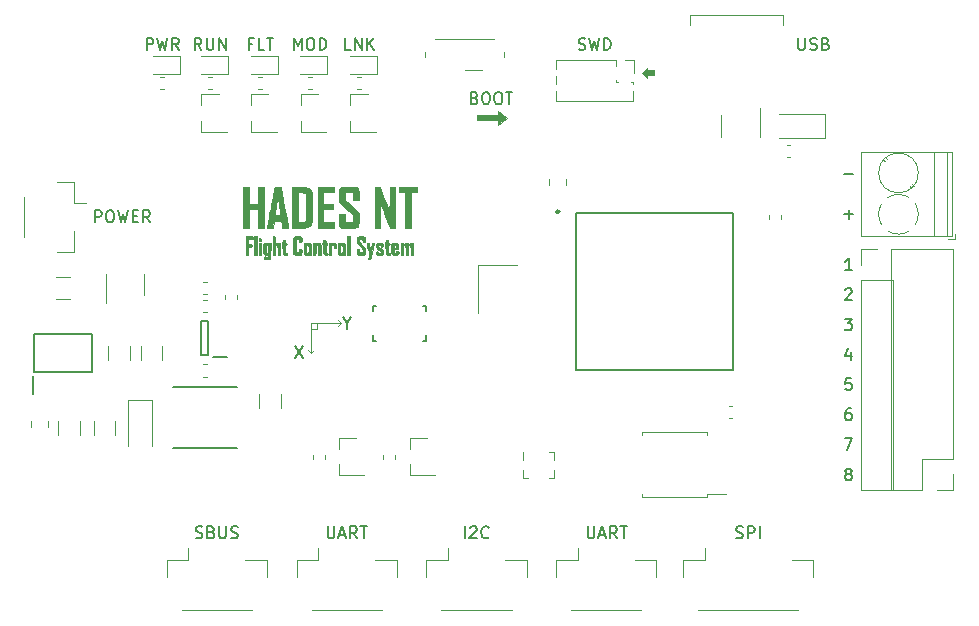
<source format=gbr>
G04 #@! TF.GenerationSoftware,KiCad,Pcbnew,(5.1.5)-3*
G04 #@! TF.CreationDate,2020-05-21T19:58:44+02:00*
G04 #@! TF.ProjectId,HadesNT,48616465-734e-4542-9e6b-696361645f70,rev?*
G04 #@! TF.SameCoordinates,Original*
G04 #@! TF.FileFunction,Legend,Top*
G04 #@! TF.FilePolarity,Positive*
%FSLAX46Y46*%
G04 Gerber Fmt 4.6, Leading zero omitted, Abs format (unit mm)*
G04 Created by KiCad (PCBNEW (5.1.5)-3) date 2020-05-21 19:58:44*
%MOMM*%
%LPD*%
G04 APERTURE LIST*
%ADD10C,0.120000*%
%ADD11C,0.150000*%
%ADD12C,0.100000*%
%ADD13C,0.200000*%
%ADD14C,0.010000*%
%ADD15C,0.254000*%
G04 APERTURE END LIST*
D10*
X45500000Y-45500000D02*
X45500000Y-45000000D01*
X45000000Y-45500000D02*
X45500000Y-45500000D01*
D11*
X48000000Y-44976190D02*
X48000000Y-45452380D01*
X47666666Y-44452380D02*
X48000000Y-44976190D01*
X48333333Y-44452380D01*
X43666666Y-46952380D02*
X44333333Y-47952380D01*
X44333333Y-46952380D02*
X43666666Y-47952380D01*
D10*
X45000000Y-47500000D02*
X45250000Y-47250000D01*
X44750000Y-47250000D02*
X45000000Y-47500000D01*
X45000000Y-45000000D02*
X45000000Y-47500000D01*
X47500000Y-45000000D02*
X47250000Y-45250000D01*
X47500000Y-45000000D02*
X47250000Y-44750000D01*
X45000000Y-45000000D02*
X47500000Y-45000000D01*
D12*
G36*
X73400000Y-23600000D02*
G01*
X74000000Y-23600000D01*
X74000000Y-24000000D01*
X73400000Y-24000000D01*
X73400000Y-24200000D01*
X73000000Y-23800000D01*
X73400000Y-23400000D01*
X73400000Y-23600000D01*
G37*
X73400000Y-23600000D02*
X74000000Y-23600000D01*
X74000000Y-24000000D01*
X73400000Y-24000000D01*
X73400000Y-24200000D01*
X73000000Y-23800000D01*
X73400000Y-23400000D01*
X73400000Y-23600000D01*
G36*
X61600000Y-27600000D02*
G01*
X60800000Y-28200000D01*
X60800000Y-27800000D01*
X59000000Y-27800000D01*
X59000000Y-27400000D01*
X60800000Y-27400000D01*
X60800000Y-27000000D01*
X61600000Y-27600000D01*
G37*
X61600000Y-27600000D02*
X60800000Y-28200000D01*
X60800000Y-27800000D01*
X59000000Y-27800000D01*
X59000000Y-27400000D01*
X60800000Y-27400000D01*
X60800000Y-27000000D01*
X61600000Y-27600000D01*
D11*
X86238095Y-20852380D02*
X86238095Y-21661904D01*
X86285714Y-21757142D01*
X86333333Y-21804761D01*
X86428571Y-21852380D01*
X86619047Y-21852380D01*
X86714285Y-21804761D01*
X86761904Y-21757142D01*
X86809523Y-21661904D01*
X86809523Y-20852380D01*
X87238095Y-21804761D02*
X87380952Y-21852380D01*
X87619047Y-21852380D01*
X87714285Y-21804761D01*
X87761904Y-21757142D01*
X87809523Y-21661904D01*
X87809523Y-21566666D01*
X87761904Y-21471428D01*
X87714285Y-21423809D01*
X87619047Y-21376190D01*
X87428571Y-21328571D01*
X87333333Y-21280952D01*
X87285714Y-21233333D01*
X87238095Y-21138095D01*
X87238095Y-21042857D01*
X87285714Y-20947619D01*
X87333333Y-20900000D01*
X87428571Y-20852380D01*
X87666666Y-20852380D01*
X87809523Y-20900000D01*
X88571428Y-21328571D02*
X88714285Y-21376190D01*
X88761904Y-21423809D01*
X88809523Y-21519047D01*
X88809523Y-21661904D01*
X88761904Y-21757142D01*
X88714285Y-21804761D01*
X88619047Y-21852380D01*
X88238095Y-21852380D01*
X88238095Y-20852380D01*
X88571428Y-20852380D01*
X88666666Y-20900000D01*
X88714285Y-20947619D01*
X88761904Y-21042857D01*
X88761904Y-21138095D01*
X88714285Y-21233333D01*
X88666666Y-21280952D01*
X88571428Y-21328571D01*
X88238095Y-21328571D01*
X67642857Y-21804761D02*
X67785714Y-21852380D01*
X68023809Y-21852380D01*
X68119047Y-21804761D01*
X68166666Y-21757142D01*
X68214285Y-21661904D01*
X68214285Y-21566666D01*
X68166666Y-21471428D01*
X68119047Y-21423809D01*
X68023809Y-21376190D01*
X67833333Y-21328571D01*
X67738095Y-21280952D01*
X67690476Y-21233333D01*
X67642857Y-21138095D01*
X67642857Y-21042857D01*
X67690476Y-20947619D01*
X67738095Y-20900000D01*
X67833333Y-20852380D01*
X68071428Y-20852380D01*
X68214285Y-20900000D01*
X68547619Y-20852380D02*
X68785714Y-21852380D01*
X68976190Y-21138095D01*
X69166666Y-21852380D01*
X69404761Y-20852380D01*
X69785714Y-21852380D02*
X69785714Y-20852380D01*
X70023809Y-20852380D01*
X70166666Y-20900000D01*
X70261904Y-20995238D01*
X70309523Y-21090476D01*
X70357142Y-21280952D01*
X70357142Y-21423809D01*
X70309523Y-21614285D01*
X70261904Y-21709523D01*
X70166666Y-21804761D01*
X70023809Y-21852380D01*
X69785714Y-21852380D01*
X58842857Y-25928571D02*
X58985714Y-25976190D01*
X59033333Y-26023809D01*
X59080952Y-26119047D01*
X59080952Y-26261904D01*
X59033333Y-26357142D01*
X58985714Y-26404761D01*
X58890476Y-26452380D01*
X58509523Y-26452380D01*
X58509523Y-25452380D01*
X58842857Y-25452380D01*
X58938095Y-25500000D01*
X58985714Y-25547619D01*
X59033333Y-25642857D01*
X59033333Y-25738095D01*
X58985714Y-25833333D01*
X58938095Y-25880952D01*
X58842857Y-25928571D01*
X58509523Y-25928571D01*
X59700000Y-25452380D02*
X59890476Y-25452380D01*
X59985714Y-25500000D01*
X60080952Y-25595238D01*
X60128571Y-25785714D01*
X60128571Y-26119047D01*
X60080952Y-26309523D01*
X59985714Y-26404761D01*
X59890476Y-26452380D01*
X59700000Y-26452380D01*
X59604761Y-26404761D01*
X59509523Y-26309523D01*
X59461904Y-26119047D01*
X59461904Y-25785714D01*
X59509523Y-25595238D01*
X59604761Y-25500000D01*
X59700000Y-25452380D01*
X60747619Y-25452380D02*
X60938095Y-25452380D01*
X61033333Y-25500000D01*
X61128571Y-25595238D01*
X61176190Y-25785714D01*
X61176190Y-26119047D01*
X61128571Y-26309523D01*
X61033333Y-26404761D01*
X60938095Y-26452380D01*
X60747619Y-26452380D01*
X60652380Y-26404761D01*
X60557142Y-26309523D01*
X60509523Y-26119047D01*
X60509523Y-25785714D01*
X60557142Y-25595238D01*
X60652380Y-25500000D01*
X60747619Y-25452380D01*
X61461904Y-25452380D02*
X62033333Y-25452380D01*
X61747619Y-26452380D02*
X61747619Y-25452380D01*
X48360714Y-21852380D02*
X47884523Y-21852380D01*
X47884523Y-20852380D01*
X48694047Y-21852380D02*
X48694047Y-20852380D01*
X49265476Y-21852380D01*
X49265476Y-20852380D01*
X49741666Y-21852380D02*
X49741666Y-20852380D01*
X50313095Y-21852380D02*
X49884523Y-21280952D01*
X50313095Y-20852380D02*
X49741666Y-21423809D01*
X43517857Y-21852380D02*
X43517857Y-20852380D01*
X43851190Y-21566666D01*
X44184523Y-20852380D01*
X44184523Y-21852380D01*
X44851190Y-20852380D02*
X45041666Y-20852380D01*
X45136904Y-20900000D01*
X45232142Y-20995238D01*
X45279761Y-21185714D01*
X45279761Y-21519047D01*
X45232142Y-21709523D01*
X45136904Y-21804761D01*
X45041666Y-21852380D01*
X44851190Y-21852380D01*
X44755952Y-21804761D01*
X44660714Y-21709523D01*
X44613095Y-21519047D01*
X44613095Y-21185714D01*
X44660714Y-20995238D01*
X44755952Y-20900000D01*
X44851190Y-20852380D01*
X45708333Y-21852380D02*
X45708333Y-20852380D01*
X45946428Y-20852380D01*
X46089285Y-20900000D01*
X46184523Y-20995238D01*
X46232142Y-21090476D01*
X46279761Y-21280952D01*
X46279761Y-21423809D01*
X46232142Y-21614285D01*
X46184523Y-21709523D01*
X46089285Y-21804761D01*
X45946428Y-21852380D01*
X45708333Y-21852380D01*
X40032142Y-21328571D02*
X39698809Y-21328571D01*
X39698809Y-21852380D02*
X39698809Y-20852380D01*
X40175000Y-20852380D01*
X41032142Y-21852380D02*
X40555952Y-21852380D01*
X40555952Y-20852380D01*
X41222619Y-20852380D02*
X41794047Y-20852380D01*
X41508333Y-21852380D02*
X41508333Y-20852380D01*
X35711904Y-21852380D02*
X35378571Y-21376190D01*
X35140476Y-21852380D02*
X35140476Y-20852380D01*
X35521428Y-20852380D01*
X35616666Y-20900000D01*
X35664285Y-20947619D01*
X35711904Y-21042857D01*
X35711904Y-21185714D01*
X35664285Y-21280952D01*
X35616666Y-21328571D01*
X35521428Y-21376190D01*
X35140476Y-21376190D01*
X36140476Y-20852380D02*
X36140476Y-21661904D01*
X36188095Y-21757142D01*
X36235714Y-21804761D01*
X36330952Y-21852380D01*
X36521428Y-21852380D01*
X36616666Y-21804761D01*
X36664285Y-21757142D01*
X36711904Y-21661904D01*
X36711904Y-20852380D01*
X37188095Y-21852380D02*
X37188095Y-20852380D01*
X37759523Y-21852380D01*
X37759523Y-20852380D01*
X31066666Y-21852380D02*
X31066666Y-20852380D01*
X31447619Y-20852380D01*
X31542857Y-20900000D01*
X31590476Y-20947619D01*
X31638095Y-21042857D01*
X31638095Y-21185714D01*
X31590476Y-21280952D01*
X31542857Y-21328571D01*
X31447619Y-21376190D01*
X31066666Y-21376190D01*
X31971428Y-20852380D02*
X32209523Y-21852380D01*
X32400000Y-21138095D01*
X32590476Y-21852380D01*
X32828571Y-20852380D01*
X33780952Y-21852380D02*
X33447619Y-21376190D01*
X33209523Y-21852380D02*
X33209523Y-20852380D01*
X33590476Y-20852380D01*
X33685714Y-20900000D01*
X33733333Y-20947619D01*
X33780952Y-21042857D01*
X33780952Y-21185714D01*
X33733333Y-21280952D01*
X33685714Y-21328571D01*
X33590476Y-21376190D01*
X33209523Y-21376190D01*
X90119047Y-35771428D02*
X90880952Y-35771428D01*
X90500000Y-36152380D02*
X90500000Y-35390476D01*
X90119047Y-32321428D02*
X90880952Y-32321428D01*
X90404761Y-57730952D02*
X90309523Y-57683333D01*
X90261904Y-57635714D01*
X90214285Y-57540476D01*
X90214285Y-57492857D01*
X90261904Y-57397619D01*
X90309523Y-57350000D01*
X90404761Y-57302380D01*
X90595238Y-57302380D01*
X90690476Y-57350000D01*
X90738095Y-57397619D01*
X90785714Y-57492857D01*
X90785714Y-57540476D01*
X90738095Y-57635714D01*
X90690476Y-57683333D01*
X90595238Y-57730952D01*
X90404761Y-57730952D01*
X90309523Y-57778571D01*
X90261904Y-57826190D01*
X90214285Y-57921428D01*
X90214285Y-58111904D01*
X90261904Y-58207142D01*
X90309523Y-58254761D01*
X90404761Y-58302380D01*
X90595238Y-58302380D01*
X90690476Y-58254761D01*
X90738095Y-58207142D01*
X90785714Y-58111904D01*
X90785714Y-57921428D01*
X90738095Y-57826190D01*
X90690476Y-57778571D01*
X90595238Y-57730952D01*
X90166666Y-54752380D02*
X90833333Y-54752380D01*
X90404761Y-55752380D01*
X90690476Y-52202380D02*
X90500000Y-52202380D01*
X90404761Y-52250000D01*
X90357142Y-52297619D01*
X90261904Y-52440476D01*
X90214285Y-52630952D01*
X90214285Y-53011904D01*
X90261904Y-53107142D01*
X90309523Y-53154761D01*
X90404761Y-53202380D01*
X90595238Y-53202380D01*
X90690476Y-53154761D01*
X90738095Y-53107142D01*
X90785714Y-53011904D01*
X90785714Y-52773809D01*
X90738095Y-52678571D01*
X90690476Y-52630952D01*
X90595238Y-52583333D01*
X90404761Y-52583333D01*
X90309523Y-52630952D01*
X90261904Y-52678571D01*
X90214285Y-52773809D01*
X90738095Y-49652380D02*
X90261904Y-49652380D01*
X90214285Y-50128571D01*
X90261904Y-50080952D01*
X90357142Y-50033333D01*
X90595238Y-50033333D01*
X90690476Y-50080952D01*
X90738095Y-50128571D01*
X90785714Y-50223809D01*
X90785714Y-50461904D01*
X90738095Y-50557142D01*
X90690476Y-50604761D01*
X90595238Y-50652380D01*
X90357142Y-50652380D01*
X90261904Y-50604761D01*
X90214285Y-50557142D01*
X90690476Y-47435714D02*
X90690476Y-48102380D01*
X90452380Y-47054761D02*
X90214285Y-47769047D01*
X90833333Y-47769047D01*
X90166666Y-44602380D02*
X90785714Y-44602380D01*
X90452380Y-44983333D01*
X90595238Y-44983333D01*
X90690476Y-45030952D01*
X90738095Y-45078571D01*
X90785714Y-45173809D01*
X90785714Y-45411904D01*
X90738095Y-45507142D01*
X90690476Y-45554761D01*
X90595238Y-45602380D01*
X90309523Y-45602380D01*
X90214285Y-45554761D01*
X90166666Y-45507142D01*
X90214285Y-42147619D02*
X90261904Y-42100000D01*
X90357142Y-42052380D01*
X90595238Y-42052380D01*
X90690476Y-42100000D01*
X90738095Y-42147619D01*
X90785714Y-42242857D01*
X90785714Y-42338095D01*
X90738095Y-42480952D01*
X90166666Y-43052380D01*
X90785714Y-43052380D01*
X90785714Y-40502380D02*
X90214285Y-40502380D01*
X90500000Y-40502380D02*
X90500000Y-39502380D01*
X90404761Y-39645238D01*
X90309523Y-39740476D01*
X90214285Y-39788095D01*
X26690476Y-36452380D02*
X26690476Y-35452380D01*
X27071428Y-35452380D01*
X27166666Y-35500000D01*
X27214285Y-35547619D01*
X27261904Y-35642857D01*
X27261904Y-35785714D01*
X27214285Y-35880952D01*
X27166666Y-35928571D01*
X27071428Y-35976190D01*
X26690476Y-35976190D01*
X27880952Y-35452380D02*
X28071428Y-35452380D01*
X28166666Y-35500000D01*
X28261904Y-35595238D01*
X28309523Y-35785714D01*
X28309523Y-36119047D01*
X28261904Y-36309523D01*
X28166666Y-36404761D01*
X28071428Y-36452380D01*
X27880952Y-36452380D01*
X27785714Y-36404761D01*
X27690476Y-36309523D01*
X27642857Y-36119047D01*
X27642857Y-35785714D01*
X27690476Y-35595238D01*
X27785714Y-35500000D01*
X27880952Y-35452380D01*
X28642857Y-35452380D02*
X28880952Y-36452380D01*
X29071428Y-35738095D01*
X29261904Y-36452380D01*
X29500000Y-35452380D01*
X29880952Y-35928571D02*
X30214285Y-35928571D01*
X30357142Y-36452380D02*
X29880952Y-36452380D01*
X29880952Y-35452380D01*
X30357142Y-35452380D01*
X31357142Y-36452380D02*
X31023809Y-35976190D01*
X30785714Y-36452380D02*
X30785714Y-35452380D01*
X31166666Y-35452380D01*
X31261904Y-35500000D01*
X31309523Y-35547619D01*
X31357142Y-35642857D01*
X31357142Y-35785714D01*
X31309523Y-35880952D01*
X31261904Y-35928571D01*
X31166666Y-35976190D01*
X30785714Y-35976190D01*
X80976190Y-63154761D02*
X81119047Y-63202380D01*
X81357142Y-63202380D01*
X81452380Y-63154761D01*
X81500000Y-63107142D01*
X81547619Y-63011904D01*
X81547619Y-62916666D01*
X81500000Y-62821428D01*
X81452380Y-62773809D01*
X81357142Y-62726190D01*
X81166666Y-62678571D01*
X81071428Y-62630952D01*
X81023809Y-62583333D01*
X80976190Y-62488095D01*
X80976190Y-62392857D01*
X81023809Y-62297619D01*
X81071428Y-62250000D01*
X81166666Y-62202380D01*
X81404761Y-62202380D01*
X81547619Y-62250000D01*
X81976190Y-63202380D02*
X81976190Y-62202380D01*
X82357142Y-62202380D01*
X82452380Y-62250000D01*
X82500000Y-62297619D01*
X82547619Y-62392857D01*
X82547619Y-62535714D01*
X82500000Y-62630952D01*
X82452380Y-62678571D01*
X82357142Y-62726190D01*
X81976190Y-62726190D01*
X82976190Y-63202380D02*
X82976190Y-62202380D01*
X68404761Y-62202380D02*
X68404761Y-63011904D01*
X68452380Y-63107142D01*
X68500000Y-63154761D01*
X68595238Y-63202380D01*
X68785714Y-63202380D01*
X68880952Y-63154761D01*
X68928571Y-63107142D01*
X68976190Y-63011904D01*
X68976190Y-62202380D01*
X69404761Y-62916666D02*
X69880952Y-62916666D01*
X69309523Y-63202380D02*
X69642857Y-62202380D01*
X69976190Y-63202380D01*
X70880952Y-63202380D02*
X70547619Y-62726190D01*
X70309523Y-63202380D02*
X70309523Y-62202380D01*
X70690476Y-62202380D01*
X70785714Y-62250000D01*
X70833333Y-62297619D01*
X70880952Y-62392857D01*
X70880952Y-62535714D01*
X70833333Y-62630952D01*
X70785714Y-62678571D01*
X70690476Y-62726190D01*
X70309523Y-62726190D01*
X71166666Y-62202380D02*
X71738095Y-62202380D01*
X71452380Y-63202380D02*
X71452380Y-62202380D01*
X58023809Y-63202380D02*
X58023809Y-62202380D01*
X58452380Y-62297619D02*
X58500000Y-62250000D01*
X58595238Y-62202380D01*
X58833333Y-62202380D01*
X58928571Y-62250000D01*
X58976190Y-62297619D01*
X59023809Y-62392857D01*
X59023809Y-62488095D01*
X58976190Y-62630952D01*
X58404761Y-63202380D01*
X59023809Y-63202380D01*
X60023809Y-63107142D02*
X59976190Y-63154761D01*
X59833333Y-63202380D01*
X59738095Y-63202380D01*
X59595238Y-63154761D01*
X59500000Y-63059523D01*
X59452380Y-62964285D01*
X59404761Y-62773809D01*
X59404761Y-62630952D01*
X59452380Y-62440476D01*
X59500000Y-62345238D01*
X59595238Y-62250000D01*
X59738095Y-62202380D01*
X59833333Y-62202380D01*
X59976190Y-62250000D01*
X60023809Y-62297619D01*
X46404761Y-62202380D02*
X46404761Y-63011904D01*
X46452380Y-63107142D01*
X46500000Y-63154761D01*
X46595238Y-63202380D01*
X46785714Y-63202380D01*
X46880952Y-63154761D01*
X46928571Y-63107142D01*
X46976190Y-63011904D01*
X46976190Y-62202380D01*
X47404761Y-62916666D02*
X47880952Y-62916666D01*
X47309523Y-63202380D02*
X47642857Y-62202380D01*
X47976190Y-63202380D01*
X48880952Y-63202380D02*
X48547619Y-62726190D01*
X48309523Y-63202380D02*
X48309523Y-62202380D01*
X48690476Y-62202380D01*
X48785714Y-62250000D01*
X48833333Y-62297619D01*
X48880952Y-62392857D01*
X48880952Y-62535714D01*
X48833333Y-62630952D01*
X48785714Y-62678571D01*
X48690476Y-62726190D01*
X48309523Y-62726190D01*
X49166666Y-62202380D02*
X49738095Y-62202380D01*
X49452380Y-63202380D02*
X49452380Y-62202380D01*
X35214285Y-63154761D02*
X35357142Y-63202380D01*
X35595238Y-63202380D01*
X35690476Y-63154761D01*
X35738095Y-63107142D01*
X35785714Y-63011904D01*
X35785714Y-62916666D01*
X35738095Y-62821428D01*
X35690476Y-62773809D01*
X35595238Y-62726190D01*
X35404761Y-62678571D01*
X35309523Y-62630952D01*
X35261904Y-62583333D01*
X35214285Y-62488095D01*
X35214285Y-62392857D01*
X35261904Y-62297619D01*
X35309523Y-62250000D01*
X35404761Y-62202380D01*
X35642857Y-62202380D01*
X35785714Y-62250000D01*
X36547619Y-62678571D02*
X36690476Y-62726190D01*
X36738095Y-62773809D01*
X36785714Y-62869047D01*
X36785714Y-63011904D01*
X36738095Y-63107142D01*
X36690476Y-63154761D01*
X36595238Y-63202380D01*
X36214285Y-63202380D01*
X36214285Y-62202380D01*
X36547619Y-62202380D01*
X36642857Y-62250000D01*
X36690476Y-62297619D01*
X36738095Y-62392857D01*
X36738095Y-62488095D01*
X36690476Y-62583333D01*
X36642857Y-62630952D01*
X36547619Y-62678571D01*
X36214285Y-62678571D01*
X37214285Y-62202380D02*
X37214285Y-63011904D01*
X37261904Y-63107142D01*
X37309523Y-63154761D01*
X37404761Y-63202380D01*
X37595238Y-63202380D01*
X37690476Y-63154761D01*
X37738095Y-63107142D01*
X37785714Y-63011904D01*
X37785714Y-62202380D01*
X38214285Y-63154761D02*
X38357142Y-63202380D01*
X38595238Y-63202380D01*
X38690476Y-63154761D01*
X38738095Y-63107142D01*
X38785714Y-63011904D01*
X38785714Y-62916666D01*
X38738095Y-62821428D01*
X38690476Y-62773809D01*
X38595238Y-62726190D01*
X38404761Y-62678571D01*
X38309523Y-62630952D01*
X38261904Y-62583333D01*
X38214285Y-62488095D01*
X38214285Y-62392857D01*
X38261904Y-62297619D01*
X38309523Y-62250000D01*
X38404761Y-62202380D01*
X38642857Y-62202380D01*
X38785714Y-62250000D01*
D13*
X54475000Y-43500000D02*
X54725000Y-43500000D01*
X54725000Y-43500000D02*
X54725000Y-44000000D01*
X54475000Y-46500000D02*
X54725000Y-46500000D01*
X54725000Y-46500000D02*
X54725000Y-46000000D01*
X50475000Y-43500000D02*
X50225000Y-43500000D01*
X50225000Y-43500000D02*
X50225000Y-44000000D01*
X50475000Y-46500000D02*
X50225000Y-46500000D01*
X50225000Y-46500000D02*
X50225000Y-46000000D01*
D14*
G36*
X53966000Y-33917666D02*
G01*
X53415667Y-33917666D01*
X53415667Y-36923333D01*
X52907667Y-36923333D01*
X52907667Y-33917666D01*
X52399667Y-33917666D01*
X52399667Y-33452000D01*
X53966000Y-33452000D01*
X53966000Y-33917666D01*
G37*
X53966000Y-33917666D02*
X53415667Y-33917666D01*
X53415667Y-36923333D01*
X52907667Y-36923333D01*
X52907667Y-33917666D01*
X52399667Y-33917666D01*
X52399667Y-33452000D01*
X53966000Y-33452000D01*
X53966000Y-33917666D01*
G36*
X50588840Y-33460371D02*
G01*
X50810014Y-33473166D01*
X51198854Y-34481819D01*
X51305348Y-34756564D01*
X51402662Y-35004773D01*
X51486460Y-35215617D01*
X51552405Y-35378262D01*
X51596161Y-35481876D01*
X51612681Y-35515458D01*
X51619537Y-35482092D01*
X51625674Y-35375111D01*
X51630822Y-35205564D01*
X51634710Y-34984502D01*
X51637066Y-34722975D01*
X51637667Y-34496222D01*
X51637667Y-33452000D01*
X52103333Y-33452000D01*
X52103333Y-36927757D01*
X51882134Y-36914962D01*
X51660935Y-36902166D01*
X51277124Y-35877351D01*
X51172367Y-35599505D01*
X51076188Y-35347953D01*
X50992851Y-35133564D01*
X50926622Y-34967212D01*
X50881766Y-34859769D01*
X50863323Y-34822545D01*
X50855176Y-34854602D01*
X50847870Y-34960446D01*
X50841720Y-35129202D01*
X50837042Y-35349991D01*
X50834151Y-35611937D01*
X50833333Y-35857944D01*
X50833333Y-36923333D01*
X50367667Y-36923333D01*
X50367667Y-33447575D01*
X50588840Y-33460371D01*
G37*
X50588840Y-33460371D02*
X50810014Y-33473166D01*
X51198854Y-34481819D01*
X51305348Y-34756564D01*
X51402662Y-35004773D01*
X51486460Y-35215617D01*
X51552405Y-35378262D01*
X51596161Y-35481876D01*
X51612681Y-35515458D01*
X51619537Y-35482092D01*
X51625674Y-35375111D01*
X51630822Y-35205564D01*
X51634710Y-34984502D01*
X51637066Y-34722975D01*
X51637667Y-34496222D01*
X51637667Y-33452000D01*
X52103333Y-33452000D01*
X52103333Y-36927757D01*
X51882134Y-36914962D01*
X51660935Y-36902166D01*
X51277124Y-35877351D01*
X51172367Y-35599505D01*
X51076188Y-35347953D01*
X50992851Y-35133564D01*
X50926622Y-34967212D01*
X50881766Y-34859769D01*
X50863323Y-34822545D01*
X50855176Y-34854602D01*
X50847870Y-34960446D01*
X50841720Y-35129202D01*
X50837042Y-35349991D01*
X50834151Y-35611937D01*
X50833333Y-35857944D01*
X50833333Y-36923333D01*
X50367667Y-36923333D01*
X50367667Y-33447575D01*
X50588840Y-33460371D01*
G36*
X48190086Y-33459207D02*
G01*
X48215040Y-33459709D01*
X48493057Y-33465312D01*
X48697728Y-33475428D01*
X48840259Y-33498981D01*
X48931858Y-33544893D01*
X48983729Y-33622087D01*
X49007079Y-33739487D01*
X49013114Y-33906015D01*
X49013000Y-34095091D01*
X49013000Y-34552666D01*
X48505000Y-34552666D01*
X48505000Y-33917666D01*
X47870000Y-33917666D01*
X47870000Y-34542060D01*
X48441500Y-35087676D01*
X49013000Y-35633291D01*
X49013000Y-36185554D01*
X49010154Y-36439389D01*
X49000874Y-36620494D01*
X48984047Y-36740635D01*
X48958559Y-36811583D01*
X48953000Y-36819992D01*
X48923300Y-36851144D01*
X48877872Y-36873843D01*
X48803469Y-36889804D01*
X48686847Y-36900744D01*
X48514760Y-36908379D01*
X48273962Y-36914426D01*
X48215040Y-36915623D01*
X47959857Y-36920049D01*
X47775431Y-36920712D01*
X47647889Y-36916271D01*
X47563357Y-36905382D01*
X47507959Y-36886702D01*
X47467822Y-36858890D01*
X47449540Y-36841540D01*
X47411336Y-36795144D01*
X47386104Y-36735619D01*
X47371222Y-36645769D01*
X47364070Y-36508398D01*
X47362028Y-36306310D01*
X47362000Y-36267166D01*
X47362000Y-35780333D01*
X47870000Y-35780333D01*
X47870000Y-36457666D01*
X48505000Y-36457666D01*
X48505000Y-35809029D01*
X47359950Y-34700833D01*
X47360975Y-34161083D01*
X47361692Y-33917824D01*
X47370047Y-33736877D01*
X47396923Y-33609304D01*
X47453205Y-33526168D01*
X47549778Y-33478528D01*
X47697527Y-33457447D01*
X47907335Y-33453986D01*
X48190086Y-33459207D01*
G37*
X48190086Y-33459207D02*
X48215040Y-33459709D01*
X48493057Y-33465312D01*
X48697728Y-33475428D01*
X48840259Y-33498981D01*
X48931858Y-33544893D01*
X48983729Y-33622087D01*
X49007079Y-33739487D01*
X49013114Y-33906015D01*
X49013000Y-34095091D01*
X49013000Y-34552666D01*
X48505000Y-34552666D01*
X48505000Y-33917666D01*
X47870000Y-33917666D01*
X47870000Y-34542060D01*
X48441500Y-35087676D01*
X49013000Y-35633291D01*
X49013000Y-36185554D01*
X49010154Y-36439389D01*
X49000874Y-36620494D01*
X48984047Y-36740635D01*
X48958559Y-36811583D01*
X48953000Y-36819992D01*
X48923300Y-36851144D01*
X48877872Y-36873843D01*
X48803469Y-36889804D01*
X48686847Y-36900744D01*
X48514760Y-36908379D01*
X48273962Y-36914426D01*
X48215040Y-36915623D01*
X47959857Y-36920049D01*
X47775431Y-36920712D01*
X47647889Y-36916271D01*
X47563357Y-36905382D01*
X47507959Y-36886702D01*
X47467822Y-36858890D01*
X47449540Y-36841540D01*
X47411336Y-36795144D01*
X47386104Y-36735619D01*
X47371222Y-36645769D01*
X47364070Y-36508398D01*
X47362028Y-36306310D01*
X47362000Y-36267166D01*
X47362000Y-35780333D01*
X47870000Y-35780333D01*
X47870000Y-36457666D01*
X48505000Y-36457666D01*
X48505000Y-35809029D01*
X47359950Y-34700833D01*
X47360975Y-34161083D01*
X47361692Y-33917824D01*
X47370047Y-33736877D01*
X47396923Y-33609304D01*
X47453205Y-33526168D01*
X47549778Y-33478528D01*
X47697527Y-33457447D01*
X47907335Y-33453986D01*
X48190086Y-33459207D01*
G36*
X46938667Y-33917666D02*
G01*
X46007333Y-33917666D01*
X46007333Y-34891333D01*
X46811667Y-34891333D01*
X46811667Y-35357000D01*
X46007333Y-35357000D01*
X46007333Y-36457666D01*
X46938667Y-36457666D01*
X46938667Y-36923333D01*
X45541667Y-36923333D01*
X45541667Y-33452000D01*
X46938667Y-33452000D01*
X46938667Y-33917666D01*
G37*
X46938667Y-33917666D02*
X46007333Y-33917666D01*
X46007333Y-34891333D01*
X46811667Y-34891333D01*
X46811667Y-35357000D01*
X46007333Y-35357000D01*
X46007333Y-36457666D01*
X46938667Y-36457666D01*
X46938667Y-36923333D01*
X45541667Y-36923333D01*
X45541667Y-33452000D01*
X46938667Y-33452000D01*
X46938667Y-33917666D01*
G36*
X44249170Y-33457237D02*
G01*
X44485962Y-33475791D01*
X44663780Y-33511928D01*
X44795227Y-33569910D01*
X44892908Y-33654003D01*
X44969425Y-33768470D01*
X44988789Y-33806576D01*
X45014137Y-33863431D01*
X45034048Y-33924143D01*
X45049171Y-33999226D01*
X45060161Y-34099190D01*
X45067667Y-34234550D01*
X45072344Y-34415817D01*
X45074841Y-34653503D01*
X45075813Y-34958121D01*
X45075934Y-35211615D01*
X45075337Y-35600232D01*
X45072288Y-35913561D01*
X45064833Y-36160978D01*
X45051017Y-36351862D01*
X45028884Y-36495589D01*
X44996481Y-36601536D01*
X44951852Y-36679080D01*
X44893042Y-36737599D01*
X44818097Y-36786469D01*
X44738947Y-36828083D01*
X44655210Y-36866326D01*
X44570064Y-36892797D01*
X44465883Y-36909612D01*
X44325042Y-36918887D01*
X44129914Y-36922735D01*
X43945197Y-36923333D01*
X43340333Y-36923333D01*
X43340333Y-33917666D01*
X43848333Y-33917666D01*
X43848333Y-36457666D01*
X44114080Y-36457666D01*
X44318064Y-36443724D01*
X44454922Y-36403322D01*
X44473914Y-36391766D01*
X44501980Y-36370156D01*
X44523824Y-36342713D01*
X44540225Y-36299458D01*
X44551963Y-36230411D01*
X44559817Y-36125591D01*
X44564568Y-35975020D01*
X44566996Y-35768719D01*
X44567880Y-35496706D01*
X44568000Y-35187666D01*
X44567839Y-34848024D01*
X44566835Y-34583068D01*
X44564209Y-34382820D01*
X44559181Y-34237300D01*
X44550971Y-34136528D01*
X44538800Y-34070525D01*
X44521887Y-34029311D01*
X44499453Y-34002906D01*
X44473914Y-33983567D01*
X44352519Y-33937919D01*
X44161565Y-33918284D01*
X44114080Y-33917666D01*
X43848333Y-33917666D01*
X43340333Y-33917666D01*
X43340333Y-33452000D01*
X43940801Y-33452000D01*
X44249170Y-33457237D01*
G37*
X44249170Y-33457237D02*
X44485962Y-33475791D01*
X44663780Y-33511928D01*
X44795227Y-33569910D01*
X44892908Y-33654003D01*
X44969425Y-33768470D01*
X44988789Y-33806576D01*
X45014137Y-33863431D01*
X45034048Y-33924143D01*
X45049171Y-33999226D01*
X45060161Y-34099190D01*
X45067667Y-34234550D01*
X45072344Y-34415817D01*
X45074841Y-34653503D01*
X45075813Y-34958121D01*
X45075934Y-35211615D01*
X45075337Y-35600232D01*
X45072288Y-35913561D01*
X45064833Y-36160978D01*
X45051017Y-36351862D01*
X45028884Y-36495589D01*
X44996481Y-36601536D01*
X44951852Y-36679080D01*
X44893042Y-36737599D01*
X44818097Y-36786469D01*
X44738947Y-36828083D01*
X44655210Y-36866326D01*
X44570064Y-36892797D01*
X44465883Y-36909612D01*
X44325042Y-36918887D01*
X44129914Y-36922735D01*
X43945197Y-36923333D01*
X43340333Y-36923333D01*
X43340333Y-33917666D01*
X43848333Y-33917666D01*
X43848333Y-36457666D01*
X44114080Y-36457666D01*
X44318064Y-36443724D01*
X44454922Y-36403322D01*
X44473914Y-36391766D01*
X44501980Y-36370156D01*
X44523824Y-36342713D01*
X44540225Y-36299458D01*
X44551963Y-36230411D01*
X44559817Y-36125591D01*
X44564568Y-35975020D01*
X44566996Y-35768719D01*
X44567880Y-35496706D01*
X44568000Y-35187666D01*
X44567839Y-34848024D01*
X44566835Y-34583068D01*
X44564209Y-34382820D01*
X44559181Y-34237300D01*
X44550971Y-34136528D01*
X44538800Y-34070525D01*
X44521887Y-34029311D01*
X44499453Y-34002906D01*
X44473914Y-33983567D01*
X44352519Y-33937919D01*
X44161565Y-33918284D01*
X44114080Y-33917666D01*
X43848333Y-33917666D01*
X43340333Y-33917666D01*
X43340333Y-33452000D01*
X43940801Y-33452000D01*
X44249170Y-33457237D01*
G36*
X42429623Y-33473166D02*
G01*
X42734431Y-35145333D01*
X42801076Y-35511961D01*
X42862808Y-35853520D01*
X42917993Y-36160823D01*
X42964998Y-36424682D01*
X43002188Y-36635910D01*
X43027929Y-36785321D01*
X43040588Y-36863727D01*
X43041619Y-36872529D01*
X43017572Y-36904485D01*
X42933493Y-36917424D01*
X42800867Y-36914862D01*
X42557735Y-36902166D01*
X42515117Y-36605833D01*
X42472500Y-36309500D01*
X41838399Y-36309500D01*
X41752833Y-36902166D01*
X41505564Y-36914977D01*
X41258294Y-36927788D01*
X41283357Y-36809144D01*
X41296800Y-36739913D01*
X41323400Y-36598130D01*
X41361171Y-36394543D01*
X41408129Y-36139901D01*
X41462292Y-35844953D01*
X41472432Y-35789537D01*
X41914692Y-35789537D01*
X41951112Y-35811984D01*
X42042406Y-35821221D01*
X42155000Y-35822666D01*
X42297777Y-35819777D01*
X42373080Y-35807576D01*
X42398003Y-35780769D01*
X42394112Y-35748583D01*
X42381461Y-35683003D01*
X42359761Y-35549466D01*
X42331462Y-35363900D01*
X42299013Y-35142230D01*
X42276892Y-34986583D01*
X42243235Y-34756935D01*
X42211672Y-34559815D01*
X42184643Y-34409101D01*
X42164587Y-34318670D01*
X42155968Y-34298666D01*
X42142242Y-34338313D01*
X42119745Y-34448006D01*
X42090933Y-34613870D01*
X42058260Y-34822032D01*
X42034250Y-34986583D01*
X42000143Y-35223144D01*
X41968616Y-35433943D01*
X41942138Y-35603055D01*
X41923179Y-35714558D01*
X41916063Y-35748583D01*
X41914692Y-35789537D01*
X41472432Y-35789537D01*
X41521675Y-35520449D01*
X41563093Y-35293500D01*
X41625964Y-34949300D01*
X41685938Y-34622233D01*
X41740834Y-34324100D01*
X41788470Y-34066700D01*
X41826665Y-33861832D01*
X41853239Y-33721296D01*
X41862786Y-33672318D01*
X41907805Y-33448136D01*
X42429623Y-33473166D01*
G37*
X42429623Y-33473166D02*
X42734431Y-35145333D01*
X42801076Y-35511961D01*
X42862808Y-35853520D01*
X42917993Y-36160823D01*
X42964998Y-36424682D01*
X43002188Y-36635910D01*
X43027929Y-36785321D01*
X43040588Y-36863727D01*
X43041619Y-36872529D01*
X43017572Y-36904485D01*
X42933493Y-36917424D01*
X42800867Y-36914862D01*
X42557735Y-36902166D01*
X42515117Y-36605833D01*
X42472500Y-36309500D01*
X41838399Y-36309500D01*
X41752833Y-36902166D01*
X41505564Y-36914977D01*
X41258294Y-36927788D01*
X41283357Y-36809144D01*
X41296800Y-36739913D01*
X41323400Y-36598130D01*
X41361171Y-36394543D01*
X41408129Y-36139901D01*
X41462292Y-35844953D01*
X41472432Y-35789537D01*
X41914692Y-35789537D01*
X41951112Y-35811984D01*
X42042406Y-35821221D01*
X42155000Y-35822666D01*
X42297777Y-35819777D01*
X42373080Y-35807576D01*
X42398003Y-35780769D01*
X42394112Y-35748583D01*
X42381461Y-35683003D01*
X42359761Y-35549466D01*
X42331462Y-35363900D01*
X42299013Y-35142230D01*
X42276892Y-34986583D01*
X42243235Y-34756935D01*
X42211672Y-34559815D01*
X42184643Y-34409101D01*
X42164587Y-34318670D01*
X42155968Y-34298666D01*
X42142242Y-34338313D01*
X42119745Y-34448006D01*
X42090933Y-34613870D01*
X42058260Y-34822032D01*
X42034250Y-34986583D01*
X42000143Y-35223144D01*
X41968616Y-35433943D01*
X41942138Y-35603055D01*
X41923179Y-35714558D01*
X41916063Y-35748583D01*
X41914692Y-35789537D01*
X41472432Y-35789537D01*
X41521675Y-35520449D01*
X41563093Y-35293500D01*
X41625964Y-34949300D01*
X41685938Y-34622233D01*
X41740834Y-34324100D01*
X41788470Y-34066700D01*
X41826665Y-33861832D01*
X41853239Y-33721296D01*
X41862786Y-33672318D01*
X41907805Y-33448136D01*
X42429623Y-33473166D01*
G36*
X39742000Y-34891333D02*
G01*
X40461667Y-34891333D01*
X40461667Y-33452000D01*
X40969667Y-33452000D01*
X40969667Y-36923333D01*
X40461667Y-36923333D01*
X40461667Y-35357000D01*
X39742000Y-35357000D01*
X39742000Y-36923333D01*
X39234000Y-36923333D01*
X39234000Y-33452000D01*
X39742000Y-33452000D01*
X39742000Y-34891333D01*
G37*
X39742000Y-34891333D02*
X40461667Y-34891333D01*
X40461667Y-33452000D01*
X40969667Y-33452000D01*
X40969667Y-36923333D01*
X40461667Y-36923333D01*
X40461667Y-35357000D01*
X39742000Y-35357000D01*
X39742000Y-36923333D01*
X39234000Y-36923333D01*
X39234000Y-33452000D01*
X39742000Y-33452000D01*
X39742000Y-34891333D01*
G36*
X40727803Y-37826002D02*
G01*
X40755472Y-37884106D01*
X40758000Y-37939333D01*
X40746609Y-38030096D01*
X40698189Y-38063300D01*
X40652167Y-38066333D01*
X40576530Y-38052664D01*
X40548861Y-37994560D01*
X40546333Y-37939333D01*
X40557724Y-37848569D01*
X40606144Y-37815366D01*
X40652167Y-37812333D01*
X40727803Y-37826002D01*
G37*
X40727803Y-37826002D02*
X40755472Y-37884106D01*
X40758000Y-37939333D01*
X40746609Y-38030096D01*
X40698189Y-38063300D01*
X40652167Y-38066333D01*
X40576530Y-38052664D01*
X40548861Y-37994560D01*
X40546333Y-37939333D01*
X40557724Y-37848569D01*
X40606144Y-37815366D01*
X40652167Y-37812333D01*
X40727803Y-37826002D01*
G36*
X52755159Y-38208474D02*
G01*
X52787722Y-38235022D01*
X52836123Y-38252958D01*
X52948797Y-38231422D01*
X52963689Y-38226966D01*
X53075971Y-38199526D01*
X53136400Y-38207810D01*
X53159743Y-38232553D01*
X53199614Y-38264506D01*
X53273651Y-38258990D01*
X53348882Y-38236750D01*
X53459961Y-38204550D01*
X53536786Y-38201250D01*
X53585648Y-38237788D01*
X53612832Y-38325104D01*
X53624628Y-38474135D01*
X53627322Y-38695821D01*
X53627333Y-38721171D01*
X53627333Y-39209333D01*
X53415667Y-39209333D01*
X53415667Y-38786000D01*
X53412054Y-38608303D01*
X53402315Y-38467335D01*
X53388093Y-38381012D01*
X53376796Y-38362666D01*
X53299573Y-38371145D01*
X53249282Y-38406282D01*
X53220323Y-38482630D01*
X53207096Y-38614741D01*
X53204000Y-38811695D01*
X53203243Y-38996744D01*
X53198144Y-39113076D01*
X53184457Y-39176639D01*
X53157937Y-39203382D01*
X53114339Y-39209256D01*
X53098167Y-39209333D01*
X52992333Y-39209333D01*
X52992333Y-38786000D01*
X52988721Y-38608303D01*
X52978982Y-38467335D01*
X52964760Y-38381012D01*
X52953462Y-38362666D01*
X52876239Y-38371145D01*
X52825949Y-38406282D01*
X52796990Y-38482630D01*
X52783763Y-38614741D01*
X52780667Y-38811695D01*
X52779910Y-38996744D01*
X52774811Y-39113076D01*
X52761124Y-39176639D01*
X52734604Y-39203382D01*
X52691006Y-39209256D01*
X52674833Y-39209333D01*
X52569000Y-39209333D01*
X52569000Y-38193333D01*
X52671305Y-38193333D01*
X52755159Y-38208474D01*
G37*
X52755159Y-38208474D02*
X52787722Y-38235022D01*
X52836123Y-38252958D01*
X52948797Y-38231422D01*
X52963689Y-38226966D01*
X53075971Y-38199526D01*
X53136400Y-38207810D01*
X53159743Y-38232553D01*
X53199614Y-38264506D01*
X53273651Y-38258990D01*
X53348882Y-38236750D01*
X53459961Y-38204550D01*
X53536786Y-38201250D01*
X53585648Y-38237788D01*
X53612832Y-38325104D01*
X53624628Y-38474135D01*
X53627322Y-38695821D01*
X53627333Y-38721171D01*
X53627333Y-39209333D01*
X53415667Y-39209333D01*
X53415667Y-38786000D01*
X53412054Y-38608303D01*
X53402315Y-38467335D01*
X53388093Y-38381012D01*
X53376796Y-38362666D01*
X53299573Y-38371145D01*
X53249282Y-38406282D01*
X53220323Y-38482630D01*
X53207096Y-38614741D01*
X53204000Y-38811695D01*
X53203243Y-38996744D01*
X53198144Y-39113076D01*
X53184457Y-39176639D01*
X53157937Y-39203382D01*
X53114339Y-39209256D01*
X53098167Y-39209333D01*
X52992333Y-39209333D01*
X52992333Y-38786000D01*
X52988721Y-38608303D01*
X52978982Y-38467335D01*
X52964760Y-38381012D01*
X52953462Y-38362666D01*
X52876239Y-38371145D01*
X52825949Y-38406282D01*
X52796990Y-38482630D01*
X52783763Y-38614741D01*
X52780667Y-38811695D01*
X52779910Y-38996744D01*
X52774811Y-39113076D01*
X52761124Y-39176639D01*
X52734604Y-39203382D01*
X52691006Y-39209256D01*
X52674833Y-39209333D01*
X52569000Y-39209333D01*
X52569000Y-38193333D01*
X52671305Y-38193333D01*
X52755159Y-38208474D01*
G36*
X52160865Y-38197286D02*
G01*
X52283658Y-38217483D01*
X52354603Y-38253544D01*
X52382316Y-38331086D01*
X52393259Y-38457130D01*
X52391537Y-38518127D01*
X52378500Y-38722500D01*
X52177417Y-38735402D01*
X52056258Y-38746288D01*
X51997268Y-38770227D01*
X51978073Y-38824882D01*
X51976333Y-38894152D01*
X51984540Y-38993346D01*
X52021266Y-39033528D01*
X52082167Y-39040000D01*
X52165157Y-39020156D01*
X52188000Y-38955333D01*
X52212804Y-38888940D01*
X52293833Y-38870666D01*
X52371332Y-38885689D01*
X52398064Y-38947823D01*
X52399667Y-38989200D01*
X52380424Y-39105344D01*
X52313876Y-39174290D01*
X52186795Y-39205209D01*
X52082167Y-39209333D01*
X51947818Y-39199903D01*
X51845830Y-39175870D01*
X51815467Y-39158533D01*
X51790331Y-39091100D01*
X51773444Y-38963159D01*
X51764807Y-38798465D01*
X51764418Y-38620773D01*
X51770591Y-38489666D01*
X51976333Y-38489666D01*
X51987724Y-38580430D01*
X52036144Y-38613633D01*
X52082167Y-38616666D01*
X52157803Y-38602997D01*
X52185472Y-38544893D01*
X52188000Y-38489666D01*
X52176609Y-38398903D01*
X52128189Y-38365699D01*
X52082167Y-38362666D01*
X52006530Y-38376335D01*
X51978861Y-38434439D01*
X51976333Y-38489666D01*
X51770591Y-38489666D01*
X51772278Y-38453838D01*
X51788386Y-38321417D01*
X51812744Y-38247264D01*
X51815466Y-38244133D01*
X51893887Y-38210036D01*
X52019981Y-38194612D01*
X52160865Y-38197286D01*
G37*
X52160865Y-38197286D02*
X52283658Y-38217483D01*
X52354603Y-38253544D01*
X52382316Y-38331086D01*
X52393259Y-38457130D01*
X52391537Y-38518127D01*
X52378500Y-38722500D01*
X52177417Y-38735402D01*
X52056258Y-38746288D01*
X51997268Y-38770227D01*
X51978073Y-38824882D01*
X51976333Y-38894152D01*
X51984540Y-38993346D01*
X52021266Y-39033528D01*
X52082167Y-39040000D01*
X52165157Y-39020156D01*
X52188000Y-38955333D01*
X52212804Y-38888940D01*
X52293833Y-38870666D01*
X52371332Y-38885689D01*
X52398064Y-38947823D01*
X52399667Y-38989200D01*
X52380424Y-39105344D01*
X52313876Y-39174290D01*
X52186795Y-39205209D01*
X52082167Y-39209333D01*
X51947818Y-39199903D01*
X51845830Y-39175870D01*
X51815467Y-39158533D01*
X51790331Y-39091100D01*
X51773444Y-38963159D01*
X51764807Y-38798465D01*
X51764418Y-38620773D01*
X51770591Y-38489666D01*
X51976333Y-38489666D01*
X51987724Y-38580430D01*
X52036144Y-38613633D01*
X52082167Y-38616666D01*
X52157803Y-38602997D01*
X52185472Y-38544893D01*
X52188000Y-38489666D01*
X52176609Y-38398903D01*
X52128189Y-38365699D01*
X52082167Y-38362666D01*
X52006530Y-38376335D01*
X51978861Y-38434439D01*
X51976333Y-38489666D01*
X51770591Y-38489666D01*
X51772278Y-38453838D01*
X51788386Y-38321417D01*
X51812744Y-38247264D01*
X51815466Y-38244133D01*
X51893887Y-38210036D01*
X52019981Y-38194612D01*
X52160865Y-38197286D01*
G36*
X51480469Y-37953002D02*
G01*
X51508139Y-38011106D01*
X51510667Y-38066333D01*
X51529599Y-38167159D01*
X51574167Y-38193333D01*
X51625881Y-38228626D01*
X51637667Y-38278000D01*
X51611197Y-38346952D01*
X51574167Y-38362666D01*
X51541585Y-38378618D01*
X51522032Y-38436494D01*
X51512688Y-38551329D01*
X51510667Y-38701333D01*
X51512434Y-38870071D01*
X51520575Y-38971200D01*
X51539348Y-39021751D01*
X51573010Y-39038753D01*
X51595333Y-39040000D01*
X51666085Y-39069934D01*
X51680000Y-39124666D01*
X51662220Y-39184378D01*
X51593990Y-39207364D01*
X51540300Y-39209333D01*
X51428123Y-39194783D01*
X51350969Y-39159667D01*
X51349800Y-39158533D01*
X51322494Y-39086507D01*
X51305105Y-38941644D01*
X51299000Y-38735339D01*
X51299000Y-38735200D01*
X51294466Y-38555546D01*
X51281946Y-38427760D01*
X51263065Y-38366126D01*
X51256667Y-38362666D01*
X51222271Y-38327210D01*
X51214333Y-38278000D01*
X51232061Y-38209209D01*
X51256667Y-38193333D01*
X51286390Y-38156547D01*
X51298997Y-38067913D01*
X51299000Y-38066333D01*
X51310390Y-37975569D01*
X51358810Y-37942366D01*
X51404833Y-37939333D01*
X51480469Y-37953002D01*
G37*
X51480469Y-37953002D02*
X51508139Y-38011106D01*
X51510667Y-38066333D01*
X51529599Y-38167159D01*
X51574167Y-38193333D01*
X51625881Y-38228626D01*
X51637667Y-38278000D01*
X51611197Y-38346952D01*
X51574167Y-38362666D01*
X51541585Y-38378618D01*
X51522032Y-38436494D01*
X51512688Y-38551329D01*
X51510667Y-38701333D01*
X51512434Y-38870071D01*
X51520575Y-38971200D01*
X51539348Y-39021751D01*
X51573010Y-39038753D01*
X51595333Y-39040000D01*
X51666085Y-39069934D01*
X51680000Y-39124666D01*
X51662220Y-39184378D01*
X51593990Y-39207364D01*
X51540300Y-39209333D01*
X51428123Y-39194783D01*
X51350969Y-39159667D01*
X51349800Y-39158533D01*
X51322494Y-39086507D01*
X51305105Y-38941644D01*
X51299000Y-38735339D01*
X51299000Y-38735200D01*
X51294466Y-38555546D01*
X51281946Y-38427760D01*
X51263065Y-38366126D01*
X51256667Y-38362666D01*
X51222271Y-38327210D01*
X51214333Y-38278000D01*
X51232061Y-38209209D01*
X51256667Y-38193333D01*
X51286390Y-38156547D01*
X51298997Y-38067913D01*
X51299000Y-38066333D01*
X51310390Y-37975569D01*
X51358810Y-37942366D01*
X51404833Y-37939333D01*
X51480469Y-37953002D01*
G36*
X50918675Y-38205271D02*
G01*
X51027037Y-38245486D01*
X51078743Y-38329072D01*
X51087333Y-38410183D01*
X51074760Y-38498535D01*
X51022179Y-38529752D01*
X50981500Y-38532000D01*
X50898509Y-38512156D01*
X50875667Y-38447333D01*
X50850862Y-38380940D01*
X50769833Y-38362666D01*
X50681449Y-38382987D01*
X50661965Y-38437542D01*
X50707854Y-38516720D01*
X50815585Y-38610909D01*
X50875667Y-38650923D01*
X50994637Y-38729032D01*
X51057879Y-38791172D01*
X51082931Y-38863802D01*
X51087333Y-38970222D01*
X51079601Y-39089133D01*
X51045192Y-39160618D01*
X50967286Y-39196482D01*
X50829064Y-39208533D01*
X50746694Y-39209333D01*
X50609125Y-39200873D01*
X50530811Y-39170222D01*
X50496156Y-39127449D01*
X50453233Y-39007032D01*
X50477701Y-38934757D01*
X50558167Y-38913000D01*
X50643286Y-38935080D01*
X50664000Y-38976500D01*
X50700800Y-39027571D01*
X50769833Y-39040000D01*
X50858341Y-39018656D01*
X50879981Y-38962746D01*
X50838479Y-38884444D01*
X50737560Y-38795930D01*
X50684928Y-38762455D01*
X50532636Y-38644553D01*
X50461343Y-38513276D01*
X50467597Y-38361299D01*
X50478822Y-38324971D01*
X50511715Y-38259159D01*
X50567731Y-38223560D01*
X50671918Y-38206446D01*
X50742340Y-38201585D01*
X50918675Y-38205271D01*
G37*
X50918675Y-38205271D02*
X51027037Y-38245486D01*
X51078743Y-38329072D01*
X51087333Y-38410183D01*
X51074760Y-38498535D01*
X51022179Y-38529752D01*
X50981500Y-38532000D01*
X50898509Y-38512156D01*
X50875667Y-38447333D01*
X50850862Y-38380940D01*
X50769833Y-38362666D01*
X50681449Y-38382987D01*
X50661965Y-38437542D01*
X50707854Y-38516720D01*
X50815585Y-38610909D01*
X50875667Y-38650923D01*
X50994637Y-38729032D01*
X51057879Y-38791172D01*
X51082931Y-38863802D01*
X51087333Y-38970222D01*
X51079601Y-39089133D01*
X51045192Y-39160618D01*
X50967286Y-39196482D01*
X50829064Y-39208533D01*
X50746694Y-39209333D01*
X50609125Y-39200873D01*
X50530811Y-39170222D01*
X50496156Y-39127449D01*
X50453233Y-39007032D01*
X50477701Y-38934757D01*
X50558167Y-38913000D01*
X50643286Y-38935080D01*
X50664000Y-38976500D01*
X50700800Y-39027571D01*
X50769833Y-39040000D01*
X50858341Y-39018656D01*
X50879981Y-38962746D01*
X50838479Y-38884444D01*
X50737560Y-38795930D01*
X50684928Y-38762455D01*
X50532636Y-38644553D01*
X50461343Y-38513276D01*
X50467597Y-38361299D01*
X50478822Y-38324971D01*
X50511715Y-38259159D01*
X50567731Y-38223560D01*
X50671918Y-38206446D01*
X50742340Y-38201585D01*
X50918675Y-38205271D01*
G36*
X49373946Y-37647118D02*
G01*
X49482108Y-37663950D01*
X49496371Y-37668695D01*
X49538696Y-37711363D01*
X49559371Y-37808619D01*
X49563333Y-37922695D01*
X49560457Y-38054417D01*
X49545366Y-38122420D01*
X49508368Y-38147615D01*
X49457500Y-38151000D01*
X49385929Y-38139929D01*
X49356629Y-38090114D01*
X49351667Y-38002833D01*
X49345113Y-37903527D01*
X49308140Y-37862801D01*
X49214778Y-37854685D01*
X49203500Y-37854666D01*
X49104117Y-37861425D01*
X49063353Y-37897873D01*
X49055339Y-37988264D01*
X49055333Y-37993575D01*
X49066646Y-38076388D01*
X49108604Y-38160530D01*
X49193237Y-38264485D01*
X49309333Y-38383833D01*
X49563333Y-38635182D01*
X49563333Y-38896562D01*
X49557562Y-39052853D01*
X49537561Y-39142384D01*
X49499295Y-39182444D01*
X49496371Y-39183637D01*
X49398123Y-39203018D01*
X49259871Y-39209525D01*
X49111280Y-39204396D01*
X48982017Y-39188867D01*
X48901749Y-39164177D01*
X48894467Y-39158533D01*
X48864271Y-39088276D01*
X48846075Y-38968639D01*
X48843667Y-38904533D01*
X48847440Y-38782095D01*
X48866419Y-38722188D01*
X48912089Y-38702760D01*
X48949500Y-38701333D01*
X49021071Y-38712403D01*
X49050370Y-38762219D01*
X49055333Y-38849500D01*
X49061886Y-38948805D01*
X49098860Y-38989532D01*
X49192222Y-38997648D01*
X49203500Y-38997666D01*
X49300222Y-38991971D01*
X49341825Y-38958173D01*
X49351512Y-38871201D01*
X49351667Y-38837591D01*
X49344094Y-38749669D01*
X49313076Y-38670747D01*
X49246165Y-38580661D01*
X49130910Y-38459246D01*
X49097667Y-38426166D01*
X48973353Y-38300329D01*
X48898052Y-38210435D01*
X48859511Y-38133983D01*
X48845478Y-38048476D01*
X48843667Y-37959708D01*
X48853131Y-37825579D01*
X48877243Y-37723827D01*
X48894467Y-37693800D01*
X48962028Y-37667503D01*
X49084239Y-37650132D01*
X49231434Y-37642925D01*
X49373946Y-37647118D01*
G37*
X49373946Y-37647118D02*
X49482108Y-37663950D01*
X49496371Y-37668695D01*
X49538696Y-37711363D01*
X49559371Y-37808619D01*
X49563333Y-37922695D01*
X49560457Y-38054417D01*
X49545366Y-38122420D01*
X49508368Y-38147615D01*
X49457500Y-38151000D01*
X49385929Y-38139929D01*
X49356629Y-38090114D01*
X49351667Y-38002833D01*
X49345113Y-37903527D01*
X49308140Y-37862801D01*
X49214778Y-37854685D01*
X49203500Y-37854666D01*
X49104117Y-37861425D01*
X49063353Y-37897873D01*
X49055339Y-37988264D01*
X49055333Y-37993575D01*
X49066646Y-38076388D01*
X49108604Y-38160530D01*
X49193237Y-38264485D01*
X49309333Y-38383833D01*
X49563333Y-38635182D01*
X49563333Y-38896562D01*
X49557562Y-39052853D01*
X49537561Y-39142384D01*
X49499295Y-39182444D01*
X49496371Y-39183637D01*
X49398123Y-39203018D01*
X49259871Y-39209525D01*
X49111280Y-39204396D01*
X48982017Y-39188867D01*
X48901749Y-39164177D01*
X48894467Y-39158533D01*
X48864271Y-39088276D01*
X48846075Y-38968639D01*
X48843667Y-38904533D01*
X48847440Y-38782095D01*
X48866419Y-38722188D01*
X48912089Y-38702760D01*
X48949500Y-38701333D01*
X49021071Y-38712403D01*
X49050370Y-38762219D01*
X49055333Y-38849500D01*
X49061886Y-38948805D01*
X49098860Y-38989532D01*
X49192222Y-38997648D01*
X49203500Y-38997666D01*
X49300222Y-38991971D01*
X49341825Y-38958173D01*
X49351512Y-38871201D01*
X49351667Y-38837591D01*
X49344094Y-38749669D01*
X49313076Y-38670747D01*
X49246165Y-38580661D01*
X49130910Y-38459246D01*
X49097667Y-38426166D01*
X48973353Y-38300329D01*
X48898052Y-38210435D01*
X48859511Y-38133983D01*
X48845478Y-38048476D01*
X48843667Y-37959708D01*
X48853131Y-37825579D01*
X48877243Y-37723827D01*
X48894467Y-37693800D01*
X48962028Y-37667503D01*
X49084239Y-37650132D01*
X49231434Y-37642925D01*
X49373946Y-37647118D01*
G36*
X48251000Y-39209333D02*
G01*
X48039333Y-39209333D01*
X48039333Y-37643000D01*
X48251000Y-37643000D01*
X48251000Y-39209333D01*
G37*
X48251000Y-39209333D02*
X48039333Y-39209333D01*
X48039333Y-37643000D01*
X48251000Y-37643000D01*
X48251000Y-39209333D01*
G36*
X47745768Y-38206347D02*
G01*
X47818588Y-38229159D01*
X47844020Y-38271543D01*
X47858779Y-38366580D01*
X47863802Y-38525259D01*
X47860921Y-38725928D01*
X47848833Y-39188166D01*
X47568309Y-39200565D01*
X47410952Y-39203517D01*
X47318701Y-39192709D01*
X47272621Y-39164664D01*
X47261392Y-39144186D01*
X47244362Y-39055045D01*
X47235363Y-38913905D01*
X47233766Y-38744013D01*
X47235024Y-38701333D01*
X47446667Y-38701333D01*
X47447794Y-38869298D01*
X47454777Y-38969871D01*
X47473012Y-39020329D01*
X47507898Y-39037945D01*
X47552500Y-39040000D01*
X47604989Y-39036391D01*
X47636418Y-39014047D01*
X47652186Y-38955695D01*
X47657691Y-38844060D01*
X47658333Y-38701333D01*
X47657205Y-38533368D01*
X47650223Y-38432794D01*
X47631988Y-38382337D01*
X47597102Y-38364721D01*
X47552500Y-38362666D01*
X47500011Y-38366275D01*
X47468582Y-38388618D01*
X47452814Y-38446970D01*
X47447309Y-38558606D01*
X47446667Y-38701333D01*
X47235024Y-38701333D01*
X47238939Y-38568617D01*
X47250253Y-38410962D01*
X47267076Y-38294296D01*
X47285800Y-38244133D01*
X47357262Y-38215051D01*
X47479686Y-38198443D01*
X47620159Y-38195234D01*
X47745768Y-38206347D01*
G37*
X47745768Y-38206347D02*
X47818588Y-38229159D01*
X47844020Y-38271543D01*
X47858779Y-38366580D01*
X47863802Y-38525259D01*
X47860921Y-38725928D01*
X47848833Y-39188166D01*
X47568309Y-39200565D01*
X47410952Y-39203517D01*
X47318701Y-39192709D01*
X47272621Y-39164664D01*
X47261392Y-39144186D01*
X47244362Y-39055045D01*
X47235363Y-38913905D01*
X47233766Y-38744013D01*
X47235024Y-38701333D01*
X47446667Y-38701333D01*
X47447794Y-38869298D01*
X47454777Y-38969871D01*
X47473012Y-39020329D01*
X47507898Y-39037945D01*
X47552500Y-39040000D01*
X47604989Y-39036391D01*
X47636418Y-39014047D01*
X47652186Y-38955695D01*
X47657691Y-38844060D01*
X47658333Y-38701333D01*
X47657205Y-38533368D01*
X47650223Y-38432794D01*
X47631988Y-38382337D01*
X47597102Y-38364721D01*
X47552500Y-38362666D01*
X47500011Y-38366275D01*
X47468582Y-38388618D01*
X47452814Y-38446970D01*
X47447309Y-38558606D01*
X47446667Y-38701333D01*
X47235024Y-38701333D01*
X47238939Y-38568617D01*
X47250253Y-38410962D01*
X47267076Y-38294296D01*
X47285800Y-38244133D01*
X47357262Y-38215051D01*
X47479686Y-38198443D01*
X47620159Y-38195234D01*
X47745768Y-38206347D01*
G36*
X46738236Y-38209751D02*
G01*
X46886174Y-38219213D01*
X47002897Y-38235080D01*
X47055736Y-38250695D01*
X47089246Y-38310463D01*
X47107098Y-38418418D01*
X47108000Y-38449831D01*
X47102018Y-38557904D01*
X47073952Y-38605527D01*
X47008616Y-38616637D01*
X47002167Y-38616666D01*
X46926530Y-38602997D01*
X46898861Y-38544893D01*
X46896333Y-38489666D01*
X46883938Y-38392623D01*
X46834896Y-38365667D01*
X46751629Y-38388362D01*
X46719250Y-38416015D01*
X46698940Y-38479191D01*
X46688249Y-38593375D01*
X46684728Y-38774050D01*
X46684667Y-38811695D01*
X46683910Y-38996744D01*
X46678811Y-39113076D01*
X46665124Y-39176639D01*
X46638604Y-39203382D01*
X46595006Y-39209256D01*
X46578833Y-39209333D01*
X46473000Y-39209333D01*
X46473000Y-38201107D01*
X46738236Y-38209751D01*
G37*
X46738236Y-38209751D02*
X46886174Y-38219213D01*
X47002897Y-38235080D01*
X47055736Y-38250695D01*
X47089246Y-38310463D01*
X47107098Y-38418418D01*
X47108000Y-38449831D01*
X47102018Y-38557904D01*
X47073952Y-38605527D01*
X47008616Y-38616637D01*
X47002167Y-38616666D01*
X46926530Y-38602997D01*
X46898861Y-38544893D01*
X46896333Y-38489666D01*
X46883938Y-38392623D01*
X46834896Y-38365667D01*
X46751629Y-38388362D01*
X46719250Y-38416015D01*
X46698940Y-38479191D01*
X46688249Y-38593375D01*
X46684728Y-38774050D01*
X46684667Y-38811695D01*
X46683910Y-38996744D01*
X46678811Y-39113076D01*
X46665124Y-39176639D01*
X46638604Y-39203382D01*
X46595006Y-39209256D01*
X46578833Y-39209333D01*
X46473000Y-39209333D01*
X46473000Y-38201107D01*
X46738236Y-38209751D01*
G36*
X46188803Y-37953002D02*
G01*
X46216472Y-38011106D01*
X46219000Y-38066333D01*
X46237932Y-38167159D01*
X46282500Y-38193333D01*
X46334214Y-38228626D01*
X46346000Y-38278000D01*
X46319530Y-38346952D01*
X46282500Y-38362666D01*
X46249919Y-38378618D01*
X46230365Y-38436494D01*
X46221021Y-38551329D01*
X46219000Y-38701333D01*
X46220767Y-38870071D01*
X46228909Y-38971200D01*
X46247682Y-39021751D01*
X46281343Y-39038753D01*
X46303667Y-39040000D01*
X46374419Y-39069934D01*
X46388333Y-39124666D01*
X46370554Y-39184378D01*
X46302323Y-39207364D01*
X46248633Y-39209333D01*
X46136456Y-39194783D01*
X46059302Y-39159667D01*
X46058133Y-39158533D01*
X46030828Y-39086507D01*
X46013439Y-38941644D01*
X46007333Y-38735339D01*
X46007333Y-38735200D01*
X46002799Y-38555546D01*
X45990280Y-38427760D01*
X45971398Y-38366126D01*
X45965000Y-38362666D01*
X45930605Y-38327210D01*
X45922667Y-38278000D01*
X45940395Y-38209209D01*
X45965000Y-38193333D01*
X45994723Y-38156547D01*
X46007330Y-38067913D01*
X46007333Y-38066333D01*
X46018724Y-37975569D01*
X46067144Y-37942366D01*
X46113167Y-37939333D01*
X46188803Y-37953002D01*
G37*
X46188803Y-37953002D02*
X46216472Y-38011106D01*
X46219000Y-38066333D01*
X46237932Y-38167159D01*
X46282500Y-38193333D01*
X46334214Y-38228626D01*
X46346000Y-38278000D01*
X46319530Y-38346952D01*
X46282500Y-38362666D01*
X46249919Y-38378618D01*
X46230365Y-38436494D01*
X46221021Y-38551329D01*
X46219000Y-38701333D01*
X46220767Y-38870071D01*
X46228909Y-38971200D01*
X46247682Y-39021751D01*
X46281343Y-39038753D01*
X46303667Y-39040000D01*
X46374419Y-39069934D01*
X46388333Y-39124666D01*
X46370554Y-39184378D01*
X46302323Y-39207364D01*
X46248633Y-39209333D01*
X46136456Y-39194783D01*
X46059302Y-39159667D01*
X46058133Y-39158533D01*
X46030828Y-39086507D01*
X46013439Y-38941644D01*
X46007333Y-38735339D01*
X46007333Y-38735200D01*
X46002799Y-38555546D01*
X45990280Y-38427760D01*
X45971398Y-38366126D01*
X45965000Y-38362666D01*
X45930605Y-38327210D01*
X45922667Y-38278000D01*
X45940395Y-38209209D01*
X45965000Y-38193333D01*
X45994723Y-38156547D01*
X46007330Y-38067913D01*
X46007333Y-38066333D01*
X46018724Y-37975569D01*
X46067144Y-37942366D01*
X46113167Y-37939333D01*
X46188803Y-37953002D01*
G36*
X45346075Y-38206663D02*
G01*
X45372333Y-38232254D01*
X45408455Y-38248752D01*
X45503773Y-38234598D01*
X45524348Y-38229201D01*
X45633411Y-38203117D01*
X45708510Y-38203269D01*
X45755965Y-38241118D01*
X45782095Y-38328121D01*
X45793219Y-38475737D01*
X45795657Y-38695425D01*
X45795667Y-38721171D01*
X45795667Y-39209333D01*
X45584000Y-39209333D01*
X45584000Y-38781470D01*
X45582484Y-38587080D01*
X45576423Y-38463683D01*
X45563545Y-38397637D01*
X45541579Y-38375300D01*
X45517037Y-38379304D01*
X45436386Y-38402147D01*
X45411204Y-38405000D01*
X45394502Y-38444259D01*
X45381395Y-38549785D01*
X45373659Y-38703193D01*
X45372333Y-38807166D01*
X45371598Y-38993476D01*
X45366611Y-39110978D01*
X45353198Y-39175531D01*
X45327186Y-39202996D01*
X45284402Y-39209231D01*
X45266500Y-39209333D01*
X45160667Y-39209333D01*
X45160667Y-38193333D01*
X45266500Y-38193333D01*
X45346075Y-38206663D01*
G37*
X45346075Y-38206663D02*
X45372333Y-38232254D01*
X45408455Y-38248752D01*
X45503773Y-38234598D01*
X45524348Y-38229201D01*
X45633411Y-38203117D01*
X45708510Y-38203269D01*
X45755965Y-38241118D01*
X45782095Y-38328121D01*
X45793219Y-38475737D01*
X45795657Y-38695425D01*
X45795667Y-38721171D01*
X45795667Y-39209333D01*
X45584000Y-39209333D01*
X45584000Y-38781470D01*
X45582484Y-38587080D01*
X45576423Y-38463683D01*
X45563545Y-38397637D01*
X45541579Y-38375300D01*
X45517037Y-38379304D01*
X45436386Y-38402147D01*
X45411204Y-38405000D01*
X45394502Y-38444259D01*
X45381395Y-38549785D01*
X45373659Y-38703193D01*
X45372333Y-38807166D01*
X45371598Y-38993476D01*
X45366611Y-39110978D01*
X45353198Y-39175531D01*
X45327186Y-39202996D01*
X45284402Y-39209231D01*
X45266500Y-39209333D01*
X45160667Y-39209333D01*
X45160667Y-38193333D01*
X45266500Y-38193333D01*
X45346075Y-38206663D01*
G36*
X44867101Y-38206347D02*
G01*
X44939921Y-38229159D01*
X44965353Y-38271543D01*
X44980112Y-38366580D01*
X44985135Y-38525259D01*
X44982255Y-38725928D01*
X44970167Y-39188166D01*
X44689642Y-39200565D01*
X44532285Y-39203517D01*
X44440034Y-39192709D01*
X44393955Y-39164664D01*
X44382726Y-39144186D01*
X44365695Y-39055045D01*
X44356697Y-38913905D01*
X44355099Y-38744013D01*
X44356357Y-38701333D01*
X44568000Y-38701333D01*
X44569128Y-38869298D01*
X44576110Y-38969871D01*
X44594345Y-39020329D01*
X44629231Y-39037945D01*
X44673833Y-39040000D01*
X44726322Y-39036391D01*
X44757751Y-39014047D01*
X44773519Y-38955695D01*
X44779024Y-38844060D01*
X44779667Y-38701333D01*
X44778539Y-38533368D01*
X44771556Y-38432794D01*
X44753321Y-38382337D01*
X44718435Y-38364721D01*
X44673833Y-38362666D01*
X44621344Y-38366275D01*
X44589915Y-38388618D01*
X44574147Y-38446970D01*
X44568642Y-38558606D01*
X44568000Y-38701333D01*
X44356357Y-38701333D01*
X44360272Y-38568617D01*
X44371586Y-38410962D01*
X44388409Y-38294296D01*
X44407133Y-38244133D01*
X44478595Y-38215051D01*
X44601020Y-38198443D01*
X44741493Y-38195234D01*
X44867101Y-38206347D01*
G37*
X44867101Y-38206347D02*
X44939921Y-38229159D01*
X44965353Y-38271543D01*
X44980112Y-38366580D01*
X44985135Y-38525259D01*
X44982255Y-38725928D01*
X44970167Y-39188166D01*
X44689642Y-39200565D01*
X44532285Y-39203517D01*
X44440034Y-39192709D01*
X44393955Y-39164664D01*
X44382726Y-39144186D01*
X44365695Y-39055045D01*
X44356697Y-38913905D01*
X44355099Y-38744013D01*
X44356357Y-38701333D01*
X44568000Y-38701333D01*
X44569128Y-38869298D01*
X44576110Y-38969871D01*
X44594345Y-39020329D01*
X44629231Y-39037945D01*
X44673833Y-39040000D01*
X44726322Y-39036391D01*
X44757751Y-39014047D01*
X44773519Y-38955695D01*
X44779024Y-38844060D01*
X44779667Y-38701333D01*
X44778539Y-38533368D01*
X44771556Y-38432794D01*
X44753321Y-38382337D01*
X44718435Y-38364721D01*
X44673833Y-38362666D01*
X44621344Y-38366275D01*
X44589915Y-38388618D01*
X44574147Y-38446970D01*
X44568642Y-38558606D01*
X44568000Y-38701333D01*
X44356357Y-38701333D01*
X44360272Y-38568617D01*
X44371586Y-38410962D01*
X44388409Y-38294296D01*
X44407133Y-38244133D01*
X44478595Y-38215051D01*
X44601020Y-38198443D01*
X44741493Y-38195234D01*
X44867101Y-38206347D01*
G36*
X43997613Y-37647118D02*
G01*
X44105775Y-37663950D01*
X44120037Y-37668695D01*
X44162362Y-37711363D01*
X44183038Y-37808619D01*
X44187000Y-37922695D01*
X44184124Y-38054417D01*
X44169033Y-38122420D01*
X44132034Y-38147615D01*
X44081167Y-38151000D01*
X44009596Y-38139929D01*
X43980296Y-38090114D01*
X43975333Y-38002833D01*
X43968780Y-37903527D01*
X43931807Y-37862801D01*
X43838444Y-37854685D01*
X43827167Y-37854666D01*
X43679000Y-37854666D01*
X43679000Y-38997666D01*
X43827167Y-38997666D01*
X43926472Y-38991113D01*
X43967199Y-38954140D01*
X43975315Y-38860777D01*
X43975333Y-38849500D01*
X43983240Y-38749300D01*
X44018823Y-38708281D01*
X44081167Y-38701333D01*
X44142228Y-38707537D01*
X44173752Y-38740091D01*
X44185431Y-38819905D01*
X44187000Y-38929637D01*
X44179249Y-39076915D01*
X44153051Y-39157460D01*
X44120037Y-39183637D01*
X44021790Y-39203018D01*
X43883538Y-39209525D01*
X43734947Y-39204396D01*
X43605684Y-39188867D01*
X43525416Y-39164177D01*
X43518133Y-39158533D01*
X43497869Y-39096588D01*
X43482416Y-38968053D01*
X43471774Y-38790868D01*
X43465944Y-38582974D01*
X43464924Y-38362310D01*
X43468717Y-38146817D01*
X43477321Y-37954433D01*
X43490736Y-37803101D01*
X43508962Y-37710759D01*
X43518133Y-37693800D01*
X43585694Y-37667503D01*
X43707906Y-37650132D01*
X43855101Y-37642925D01*
X43997613Y-37647118D01*
G37*
X43997613Y-37647118D02*
X44105775Y-37663950D01*
X44120037Y-37668695D01*
X44162362Y-37711363D01*
X44183038Y-37808619D01*
X44187000Y-37922695D01*
X44184124Y-38054417D01*
X44169033Y-38122420D01*
X44132034Y-38147615D01*
X44081167Y-38151000D01*
X44009596Y-38139929D01*
X43980296Y-38090114D01*
X43975333Y-38002833D01*
X43968780Y-37903527D01*
X43931807Y-37862801D01*
X43838444Y-37854685D01*
X43827167Y-37854666D01*
X43679000Y-37854666D01*
X43679000Y-38997666D01*
X43827167Y-38997666D01*
X43926472Y-38991113D01*
X43967199Y-38954140D01*
X43975315Y-38860777D01*
X43975333Y-38849500D01*
X43983240Y-38749300D01*
X44018823Y-38708281D01*
X44081167Y-38701333D01*
X44142228Y-38707537D01*
X44173752Y-38740091D01*
X44185431Y-38819905D01*
X44187000Y-38929637D01*
X44179249Y-39076915D01*
X44153051Y-39157460D01*
X44120037Y-39183637D01*
X44021790Y-39203018D01*
X43883538Y-39209525D01*
X43734947Y-39204396D01*
X43605684Y-39188867D01*
X43525416Y-39164177D01*
X43518133Y-39158533D01*
X43497869Y-39096588D01*
X43482416Y-38968053D01*
X43471774Y-38790868D01*
X43465944Y-38582974D01*
X43464924Y-38362310D01*
X43468717Y-38146817D01*
X43477321Y-37954433D01*
X43490736Y-37803101D01*
X43508962Y-37710759D01*
X43518133Y-37693800D01*
X43585694Y-37667503D01*
X43707906Y-37650132D01*
X43855101Y-37642925D01*
X43997613Y-37647118D01*
G36*
X42759803Y-37953002D02*
G01*
X42787472Y-38011106D01*
X42790000Y-38066333D01*
X42808932Y-38167159D01*
X42853500Y-38193333D01*
X42905214Y-38228626D01*
X42917000Y-38278000D01*
X42890530Y-38346952D01*
X42853500Y-38362666D01*
X42820919Y-38378618D01*
X42801365Y-38436494D01*
X42792021Y-38551329D01*
X42790000Y-38701333D01*
X42791767Y-38870071D01*
X42799909Y-38971200D01*
X42818682Y-39021751D01*
X42852343Y-39038753D01*
X42874667Y-39040000D01*
X42945419Y-39069934D01*
X42959333Y-39124666D01*
X42941554Y-39184378D01*
X42873323Y-39207364D01*
X42819633Y-39209333D01*
X42707456Y-39194783D01*
X42630302Y-39159667D01*
X42629133Y-39158533D01*
X42601828Y-39086507D01*
X42584439Y-38941644D01*
X42578333Y-38735339D01*
X42578333Y-38735200D01*
X42573799Y-38555546D01*
X42561280Y-38427760D01*
X42542398Y-38366126D01*
X42536000Y-38362666D01*
X42501605Y-38327210D01*
X42493667Y-38278000D01*
X42511395Y-38209209D01*
X42536000Y-38193333D01*
X42565723Y-38156547D01*
X42578330Y-38067913D01*
X42578333Y-38066333D01*
X42589724Y-37975569D01*
X42638144Y-37942366D01*
X42684167Y-37939333D01*
X42759803Y-37953002D01*
G37*
X42759803Y-37953002D02*
X42787472Y-38011106D01*
X42790000Y-38066333D01*
X42808932Y-38167159D01*
X42853500Y-38193333D01*
X42905214Y-38228626D01*
X42917000Y-38278000D01*
X42890530Y-38346952D01*
X42853500Y-38362666D01*
X42820919Y-38378618D01*
X42801365Y-38436494D01*
X42792021Y-38551329D01*
X42790000Y-38701333D01*
X42791767Y-38870071D01*
X42799909Y-38971200D01*
X42818682Y-39021751D01*
X42852343Y-39038753D01*
X42874667Y-39040000D01*
X42945419Y-39069934D01*
X42959333Y-39124666D01*
X42941554Y-39184378D01*
X42873323Y-39207364D01*
X42819633Y-39209333D01*
X42707456Y-39194783D01*
X42630302Y-39159667D01*
X42629133Y-39158533D01*
X42601828Y-39086507D01*
X42584439Y-38941644D01*
X42578333Y-38735339D01*
X42578333Y-38735200D01*
X42573799Y-38555546D01*
X42561280Y-38427760D01*
X42542398Y-38366126D01*
X42536000Y-38362666D01*
X42501605Y-38327210D01*
X42493667Y-38278000D01*
X42511395Y-38209209D01*
X42536000Y-38193333D01*
X42565723Y-38156547D01*
X42578330Y-38067913D01*
X42578333Y-38066333D01*
X42589724Y-37975569D01*
X42638144Y-37942366D01*
X42684167Y-37939333D01*
X42759803Y-37953002D01*
G36*
X41892640Y-37647314D02*
G01*
X41924277Y-37672515D01*
X41938932Y-37736987D01*
X41943124Y-37859114D01*
X41943333Y-37941453D01*
X41943333Y-38239906D01*
X42144417Y-38227203D01*
X42345500Y-38214500D01*
X42357427Y-38711916D01*
X42369353Y-39209333D01*
X42155000Y-39209333D01*
X42155000Y-38786000D01*
X42151388Y-38608303D01*
X42141648Y-38467335D01*
X42127426Y-38381012D01*
X42116129Y-38362666D01*
X42038906Y-38371145D01*
X41988615Y-38406282D01*
X41959656Y-38482630D01*
X41946429Y-38614741D01*
X41943333Y-38811695D01*
X41942577Y-38996744D01*
X41937477Y-39113076D01*
X41923790Y-39176639D01*
X41897270Y-39203382D01*
X41853673Y-39209256D01*
X41837500Y-39209333D01*
X41731667Y-39209333D01*
X41731667Y-37643000D01*
X41837500Y-37643000D01*
X41892640Y-37647314D01*
G37*
X41892640Y-37647314D02*
X41924277Y-37672515D01*
X41938932Y-37736987D01*
X41943124Y-37859114D01*
X41943333Y-37941453D01*
X41943333Y-38239906D01*
X42144417Y-38227203D01*
X42345500Y-38214500D01*
X42357427Y-38711916D01*
X42369353Y-39209333D01*
X42155000Y-39209333D01*
X42155000Y-38786000D01*
X42151388Y-38608303D01*
X42141648Y-38467335D01*
X42127426Y-38381012D01*
X42116129Y-38362666D01*
X42038906Y-38371145D01*
X41988615Y-38406282D01*
X41959656Y-38482630D01*
X41946429Y-38614741D01*
X41943333Y-38811695D01*
X41942577Y-38996744D01*
X41937477Y-39113076D01*
X41923790Y-39176639D01*
X41897270Y-39203382D01*
X41853673Y-39209256D01*
X41837500Y-39209333D01*
X41731667Y-39209333D01*
X41731667Y-37643000D01*
X41837500Y-37643000D01*
X41892640Y-37647314D01*
G36*
X40758000Y-39209333D02*
G01*
X40546333Y-39209333D01*
X40546333Y-38193333D01*
X40758000Y-38193333D01*
X40758000Y-39209333D01*
G37*
X40758000Y-39209333D02*
X40546333Y-39209333D01*
X40546333Y-38193333D01*
X40758000Y-38193333D01*
X40758000Y-39209333D01*
G36*
X40377000Y-39209333D02*
G01*
X40165333Y-39209333D01*
X40165333Y-37643000D01*
X40377000Y-37643000D01*
X40377000Y-39209333D01*
G37*
X40377000Y-39209333D02*
X40165333Y-39209333D01*
X40165333Y-37643000D01*
X40377000Y-37643000D01*
X40377000Y-39209333D01*
G36*
X39924660Y-37644318D02*
G01*
X40019324Y-37652238D01*
X40064992Y-37672704D01*
X40079499Y-37711661D01*
X40080667Y-37748833D01*
X40073804Y-37811644D01*
X40038781Y-37842979D01*
X39953947Y-37853664D01*
X39869000Y-37854666D01*
X39657333Y-37854666D01*
X39657333Y-38320333D01*
X39826667Y-38320333D01*
X39935765Y-38326109D01*
X39984256Y-38353356D01*
X39995939Y-38416950D01*
X39996000Y-38426166D01*
X39986757Y-38494353D01*
X39943162Y-38524659D01*
X39841413Y-38531962D01*
X39826667Y-38532000D01*
X39657333Y-38532000D01*
X39657333Y-38870666D01*
X39656205Y-39038631D01*
X39649223Y-39139205D01*
X39630988Y-39189662D01*
X39596102Y-39207278D01*
X39551500Y-39209333D01*
X39445667Y-39209333D01*
X39445667Y-37643000D01*
X39763167Y-37643000D01*
X39924660Y-37644318D01*
G37*
X39924660Y-37644318D02*
X40019324Y-37652238D01*
X40064992Y-37672704D01*
X40079499Y-37711661D01*
X40080667Y-37748833D01*
X40073804Y-37811644D01*
X40038781Y-37842979D01*
X39953947Y-37853664D01*
X39869000Y-37854666D01*
X39657333Y-37854666D01*
X39657333Y-38320333D01*
X39826667Y-38320333D01*
X39935765Y-38326109D01*
X39984256Y-38353356D01*
X39995939Y-38416950D01*
X39996000Y-38426166D01*
X39986757Y-38494353D01*
X39943162Y-38524659D01*
X39841413Y-38531962D01*
X39826667Y-38532000D01*
X39657333Y-38532000D01*
X39657333Y-38870666D01*
X39656205Y-39038631D01*
X39649223Y-39139205D01*
X39630988Y-39189662D01*
X39596102Y-39207278D01*
X39551500Y-39209333D01*
X39445667Y-39209333D01*
X39445667Y-37643000D01*
X39763167Y-37643000D01*
X39924660Y-37644318D01*
G36*
X49842216Y-38200348D02*
G01*
X49877419Y-38232921D01*
X49904145Y-38308342D01*
X49930573Y-38443900D01*
X49942155Y-38514259D01*
X49969391Y-38662225D01*
X49995273Y-38767311D01*
X50015099Y-38811256D01*
X50018462Y-38810648D01*
X50037178Y-38759297D01*
X50062717Y-38648172D01*
X50089569Y-38501265D01*
X50089726Y-38500305D01*
X50118081Y-38346830D01*
X50146518Y-38258334D01*
X50184440Y-38215644D01*
X50236932Y-38200180D01*
X50274749Y-38194800D01*
X50301341Y-38197814D01*
X50315655Y-38219541D01*
X50316640Y-38270298D01*
X50303244Y-38360402D01*
X50274416Y-38500171D01*
X50229103Y-38699922D01*
X50166253Y-38969974D01*
X50152398Y-39029416D01*
X50099253Y-39254178D01*
X50059155Y-39409225D01*
X50026643Y-39507458D01*
X49996257Y-39561782D01*
X49962535Y-39585098D01*
X49920015Y-39590311D01*
X49914994Y-39590333D01*
X49839118Y-39577089D01*
X49831585Y-39530060D01*
X49834062Y-39523132D01*
X49874125Y-39373457D01*
X49883110Y-39201005D01*
X49860261Y-38987921D01*
X49804824Y-38716349D01*
X49798848Y-38691098D01*
X49755119Y-38506015D01*
X49719820Y-38353118D01*
X49696968Y-38250043D01*
X49690333Y-38214848D01*
X49726484Y-38198323D01*
X49790358Y-38193333D01*
X49842216Y-38200348D01*
G37*
X49842216Y-38200348D02*
X49877419Y-38232921D01*
X49904145Y-38308342D01*
X49930573Y-38443900D01*
X49942155Y-38514259D01*
X49969391Y-38662225D01*
X49995273Y-38767311D01*
X50015099Y-38811256D01*
X50018462Y-38810648D01*
X50037178Y-38759297D01*
X50062717Y-38648172D01*
X50089569Y-38501265D01*
X50089726Y-38500305D01*
X50118081Y-38346830D01*
X50146518Y-38258334D01*
X50184440Y-38215644D01*
X50236932Y-38200180D01*
X50274749Y-38194800D01*
X50301341Y-38197814D01*
X50315655Y-38219541D01*
X50316640Y-38270298D01*
X50303244Y-38360402D01*
X50274416Y-38500171D01*
X50229103Y-38699922D01*
X50166253Y-38969974D01*
X50152398Y-39029416D01*
X50099253Y-39254178D01*
X50059155Y-39409225D01*
X50026643Y-39507458D01*
X49996257Y-39561782D01*
X49962535Y-39585098D01*
X49920015Y-39590311D01*
X49914994Y-39590333D01*
X49839118Y-39577089D01*
X49831585Y-39530060D01*
X49834062Y-39523132D01*
X49874125Y-39373457D01*
X49883110Y-39201005D01*
X49860261Y-38987921D01*
X49804824Y-38716349D01*
X49798848Y-38691098D01*
X49755119Y-38506015D01*
X49719820Y-38353118D01*
X49696968Y-38250043D01*
X49690333Y-38214848D01*
X49726484Y-38198323D01*
X49790358Y-38193333D01*
X49842216Y-38200348D01*
G36*
X41541167Y-39569166D02*
G01*
X41285429Y-39581540D01*
X41144916Y-39583496D01*
X41040182Y-39575995D01*
X40999679Y-39563901D01*
X40975958Y-39501741D01*
X40969667Y-39435111D01*
X40992553Y-39355798D01*
X41054333Y-39336333D01*
X41123123Y-39354061D01*
X41139000Y-39378666D01*
X41175228Y-39410489D01*
X41244833Y-39421000D01*
X41325394Y-39403515D01*
X41350220Y-39334670D01*
X41350667Y-39315166D01*
X41338892Y-39242418D01*
X41286761Y-39213539D01*
X41209061Y-39209333D01*
X41087405Y-39194422D01*
X41005165Y-39141626D01*
X40955694Y-39038852D01*
X40932345Y-38874007D01*
X40927991Y-38698389D01*
X41139000Y-38698389D01*
X41140061Y-38867226D01*
X41146856Y-38968601D01*
X41164805Y-39019719D01*
X41199329Y-39037783D01*
X41246614Y-39040000D01*
X41300509Y-39036860D01*
X41331729Y-39015751D01*
X41345367Y-38959133D01*
X41346513Y-38849469D01*
X41341864Y-38711916D01*
X41333698Y-38546064D01*
X41320847Y-38446691D01*
X41297582Y-38395619D01*
X41258176Y-38374666D01*
X41234250Y-38370305D01*
X41187171Y-38368009D01*
X41158885Y-38388588D01*
X41144616Y-38448499D01*
X41139585Y-38564201D01*
X41139000Y-38698389D01*
X40927991Y-38698389D01*
X40927981Y-38697999D01*
X40932546Y-38526721D01*
X40944118Y-38384449D01*
X40960484Y-38295277D01*
X40966172Y-38282205D01*
X41036575Y-38242379D01*
X41185063Y-38216959D01*
X41284062Y-38210170D01*
X41564411Y-38197430D01*
X41541167Y-39569166D01*
G37*
X41541167Y-39569166D02*
X41285429Y-39581540D01*
X41144916Y-39583496D01*
X41040182Y-39575995D01*
X40999679Y-39563901D01*
X40975958Y-39501741D01*
X40969667Y-39435111D01*
X40992553Y-39355798D01*
X41054333Y-39336333D01*
X41123123Y-39354061D01*
X41139000Y-39378666D01*
X41175228Y-39410489D01*
X41244833Y-39421000D01*
X41325394Y-39403515D01*
X41350220Y-39334670D01*
X41350667Y-39315166D01*
X41338892Y-39242418D01*
X41286761Y-39213539D01*
X41209061Y-39209333D01*
X41087405Y-39194422D01*
X41005165Y-39141626D01*
X40955694Y-39038852D01*
X40932345Y-38874007D01*
X40927991Y-38698389D01*
X41139000Y-38698389D01*
X41140061Y-38867226D01*
X41146856Y-38968601D01*
X41164805Y-39019719D01*
X41199329Y-39037783D01*
X41246614Y-39040000D01*
X41300509Y-39036860D01*
X41331729Y-39015751D01*
X41345367Y-38959133D01*
X41346513Y-38849469D01*
X41341864Y-38711916D01*
X41333698Y-38546064D01*
X41320847Y-38446691D01*
X41297582Y-38395619D01*
X41258176Y-38374666D01*
X41234250Y-38370305D01*
X41187171Y-38368009D01*
X41158885Y-38388588D01*
X41144616Y-38448499D01*
X41139585Y-38564201D01*
X41139000Y-38698389D01*
X40927991Y-38698389D01*
X40927981Y-38697999D01*
X40932546Y-38526721D01*
X40944118Y-38384449D01*
X40960484Y-38295277D01*
X40966172Y-38282205D01*
X41036575Y-38242379D01*
X41185063Y-38216959D01*
X41284062Y-38210170D01*
X41564411Y-38197430D01*
X41541167Y-39569166D01*
D10*
X99525000Y-37825000D02*
X99525000Y-37425000D01*
X98885000Y-37825000D02*
X99525000Y-37825000D01*
X95666000Y-33420000D02*
X95794000Y-33549000D01*
X93450000Y-31205000D02*
X93544000Y-31299000D01*
X95906000Y-33250000D02*
X95999000Y-33344000D01*
X93656000Y-31000000D02*
X93784000Y-31129000D01*
X91565000Y-30465000D02*
X99285000Y-30465000D01*
X91565000Y-37585000D02*
X99285000Y-37585000D01*
X99285000Y-37585000D02*
X99285000Y-30465000D01*
X91565000Y-37585000D02*
X91565000Y-30465000D01*
X97725000Y-37585000D02*
X97725000Y-30465000D01*
X98825000Y-37585000D02*
X98825000Y-30465000D01*
X96405000Y-32275000D02*
G75*
G03X96405000Y-32275000I-1680000J0D01*
G01*
X96405099Y-35746326D02*
G75*
G02X96165000Y-36641000I-1680099J-28674D01*
G01*
X95614894Y-37200358D02*
G75*
G02X93859000Y-37215000I-889894J1425358D01*
G01*
X93299642Y-36664894D02*
G75*
G02X93285000Y-34909000I1425358J889894D01*
G01*
X93834807Y-34349495D02*
G75*
G02X95616000Y-34350000I890193J-1425505D01*
G01*
X96149721Y-34884736D02*
G75*
G02X96405000Y-35775000I-1424721J-890264D01*
G01*
D12*
X84930000Y-19750000D02*
X84930000Y-19750000D01*
X84930000Y-19750000D02*
X84930000Y-18925000D01*
X84930000Y-18925000D02*
X84930000Y-18925000D01*
X84930000Y-18925000D02*
X84930000Y-19750000D01*
X84930000Y-18925000D02*
X77070000Y-18925000D01*
X77070000Y-18925000D02*
X77070000Y-18925000D01*
X77070000Y-18925000D02*
X84930000Y-18925000D01*
X84930000Y-18925000D02*
X84930000Y-18925000D01*
X77070000Y-18925000D02*
X77070000Y-18925000D01*
X77070000Y-18925000D02*
X77070000Y-19750000D01*
X77070000Y-19750000D02*
X77070000Y-19750000D01*
X77070000Y-19750000D02*
X77070000Y-18925000D01*
D10*
X25410000Y-53297936D02*
X25410000Y-54502064D01*
X23590000Y-53297936D02*
X23590000Y-54502064D01*
X26590000Y-53297936D02*
X26590000Y-54502064D01*
X28410000Y-53297936D02*
X28410000Y-54502064D01*
X36162779Y-41490000D02*
X35837221Y-41490000D01*
X36162779Y-42510000D02*
X35837221Y-42510000D01*
X36162779Y-49510000D02*
X35837221Y-49510000D01*
X36162779Y-48490000D02*
X35837221Y-48490000D01*
X30590000Y-46897936D02*
X30590000Y-48102064D01*
X32410000Y-46897936D02*
X32410000Y-48102064D01*
X40590000Y-52202064D02*
X40590000Y-50997936D01*
X42410000Y-52202064D02*
X42410000Y-50997936D01*
X85254721Y-30900000D02*
X85580279Y-30900000D01*
X85254721Y-29880000D02*
X85580279Y-29880000D01*
X65140000Y-33266078D02*
X65140000Y-32748922D01*
X66560000Y-33266078D02*
X66560000Y-32748922D01*
X83740000Y-36162779D02*
X83740000Y-35837221D01*
X84760000Y-36162779D02*
X84760000Y-35837221D01*
X80337221Y-51990000D02*
X80662779Y-51990000D01*
X80337221Y-53010000D02*
X80662779Y-53010000D01*
X31500000Y-51500000D02*
X29500000Y-51500000D01*
X29500000Y-51500000D02*
X29500000Y-55400000D01*
X31500000Y-51500000D02*
X31500000Y-55400000D01*
X31590000Y-23855000D02*
X33875000Y-23855000D01*
X33875000Y-23855000D02*
X33875000Y-22385000D01*
X33875000Y-22385000D02*
X31590000Y-22385000D01*
X88525000Y-29325000D02*
X84625000Y-29325000D01*
X88525000Y-27325000D02*
X84625000Y-27325000D01*
X88525000Y-29325000D02*
X88525000Y-27325000D01*
X48280000Y-23855000D02*
X50565000Y-23855000D01*
X50565000Y-23855000D02*
X50565000Y-22385000D01*
X50565000Y-22385000D02*
X48280000Y-22385000D01*
X46355000Y-22385000D02*
X44070000Y-22385000D01*
X46355000Y-23855000D02*
X46355000Y-22385000D01*
X44070000Y-23855000D02*
X46355000Y-23855000D01*
X39870000Y-23855000D02*
X42155000Y-23855000D01*
X42155000Y-23855000D02*
X42155000Y-22385000D01*
X42155000Y-22385000D02*
X39870000Y-22385000D01*
X37935000Y-22385000D02*
X35650000Y-22385000D01*
X37935000Y-23855000D02*
X37935000Y-22385000D01*
X35650000Y-23855000D02*
X37935000Y-23855000D01*
X24602064Y-42910000D02*
X23397936Y-42910000D01*
X24602064Y-41090000D02*
X23397936Y-41090000D01*
X21290000Y-53758578D02*
X21290000Y-53241422D01*
X22710000Y-53758578D02*
X22710000Y-53241422D01*
X23510000Y-33015000D02*
X24960000Y-33015000D01*
X24960000Y-33015000D02*
X24960000Y-34815000D01*
X24960000Y-34815000D02*
X25950000Y-34815000D01*
X23510000Y-38985000D02*
X24960000Y-38985000D01*
X24960000Y-38985000D02*
X24960000Y-37185000D01*
X20690000Y-34285000D02*
X20690000Y-37715000D01*
X65765000Y-22670000D02*
X65765000Y-23492470D01*
X65765000Y-25377530D02*
X65765000Y-26200000D01*
X65765000Y-24107530D02*
X65765000Y-24762470D01*
X70780000Y-22670000D02*
X65765000Y-22670000D01*
X72235000Y-26200000D02*
X65765000Y-26200000D01*
X70780000Y-22670000D02*
X70780000Y-23236529D01*
X70780000Y-24363471D02*
X70780000Y-24506529D01*
X70833471Y-24560000D02*
X70976529Y-24560000D01*
X72103471Y-24560000D02*
X72235000Y-24560000D01*
X72235000Y-24560000D02*
X72235000Y-24762470D01*
X72235000Y-25377530D02*
X72235000Y-26200000D01*
X71540000Y-22670000D02*
X72300000Y-22670000D01*
X72300000Y-22670000D02*
X72300000Y-23800000D01*
X32765000Y-66490000D02*
X32765000Y-65040000D01*
X32765000Y-65040000D02*
X34565000Y-65040000D01*
X34565000Y-65040000D02*
X34565000Y-64050000D01*
X41235000Y-66490000D02*
X41235000Y-65040000D01*
X41235000Y-65040000D02*
X39435000Y-65040000D01*
X34035000Y-69310000D02*
X39965000Y-69310000D01*
X45035000Y-69310000D02*
X50965000Y-69310000D01*
X52235000Y-65040000D02*
X50435000Y-65040000D01*
X52235000Y-66490000D02*
X52235000Y-65040000D01*
X45565000Y-65040000D02*
X45565000Y-64050000D01*
X43765000Y-65040000D02*
X45565000Y-65040000D01*
X43765000Y-66490000D02*
X43765000Y-65040000D01*
X65765000Y-66490000D02*
X65765000Y-65040000D01*
X65765000Y-65040000D02*
X67565000Y-65040000D01*
X67565000Y-65040000D02*
X67565000Y-64050000D01*
X74235000Y-66490000D02*
X74235000Y-65040000D01*
X74235000Y-65040000D02*
X72435000Y-65040000D01*
X67035000Y-69310000D02*
X72965000Y-69310000D01*
X56035000Y-69310000D02*
X61965000Y-69310000D01*
X63235000Y-65040000D02*
X61435000Y-65040000D01*
X63235000Y-66490000D02*
X63235000Y-65040000D01*
X56565000Y-65040000D02*
X56565000Y-64050000D01*
X54765000Y-65040000D02*
X56565000Y-65040000D01*
X54765000Y-66490000D02*
X54765000Y-65040000D01*
X76515000Y-66490000D02*
X76515000Y-65040000D01*
X76515000Y-65040000D02*
X78315000Y-65040000D01*
X78315000Y-65040000D02*
X78315000Y-64050000D01*
X87485000Y-66490000D02*
X87485000Y-65040000D01*
X87485000Y-65040000D02*
X85685000Y-65040000D01*
X77785000Y-69310000D02*
X86215000Y-69310000D01*
X99330000Y-38690000D02*
X94130000Y-38690000D01*
X99330000Y-56530000D02*
X99330000Y-38690000D01*
X94130000Y-59130000D02*
X94130000Y-38690000D01*
X99330000Y-56530000D02*
X96730000Y-56530000D01*
X96730000Y-56530000D02*
X96730000Y-59130000D01*
X96730000Y-59130000D02*
X94130000Y-59130000D01*
X99330000Y-57800000D02*
X99330000Y-59130000D01*
X99330000Y-59130000D02*
X98000000Y-59130000D01*
X91595000Y-59160000D02*
X94255000Y-59160000D01*
X91595000Y-41320000D02*
X91595000Y-59160000D01*
X94255000Y-41320000D02*
X94255000Y-59160000D01*
X91595000Y-41320000D02*
X94255000Y-41320000D01*
X91595000Y-40050000D02*
X91595000Y-38720000D01*
X91595000Y-38720000D02*
X92925000Y-38720000D01*
D13*
X38700000Y-50400000D02*
X33300000Y-50400000D01*
X33300000Y-55600000D02*
X38700000Y-55600000D01*
X21550000Y-49100000D02*
X21550000Y-45900000D01*
X21550000Y-45900000D02*
X26450000Y-45900000D01*
X26450000Y-45900000D02*
X26450000Y-49100000D01*
X26450000Y-49100000D02*
X21550000Y-49100000D01*
X21420000Y-50975000D02*
X21420000Y-49450000D01*
D10*
X48320000Y-25630000D02*
X49780000Y-25630000D01*
X48320000Y-28790000D02*
X50480000Y-28790000D01*
X48320000Y-28790000D02*
X48320000Y-27860000D01*
X48320000Y-25630000D02*
X48320000Y-26560000D01*
X44110000Y-25630000D02*
X44110000Y-26560000D01*
X44110000Y-28790000D02*
X44110000Y-27860000D01*
X44110000Y-28790000D02*
X46270000Y-28790000D01*
X44110000Y-25630000D02*
X45570000Y-25630000D01*
X39910000Y-25630000D02*
X41370000Y-25630000D01*
X39910000Y-28790000D02*
X42070000Y-28790000D01*
X39910000Y-28790000D02*
X39910000Y-27860000D01*
X39910000Y-25630000D02*
X39910000Y-26560000D01*
X35710000Y-25630000D02*
X37170000Y-25630000D01*
X35710000Y-28790000D02*
X37870000Y-28790000D01*
X35710000Y-28790000D02*
X35710000Y-27860000D01*
X35710000Y-25630000D02*
X35710000Y-26560000D01*
X53340000Y-54720000D02*
X53340000Y-55650000D01*
X53340000Y-57880000D02*
X53340000Y-56950000D01*
X53340000Y-57880000D02*
X55500000Y-57880000D01*
X53340000Y-54720000D02*
X54800000Y-54720000D01*
X47340000Y-54720000D02*
X47340000Y-55650000D01*
X47340000Y-57880000D02*
X47340000Y-56950000D01*
X47340000Y-57880000D02*
X49500000Y-57880000D01*
X47340000Y-54720000D02*
X48800000Y-54720000D01*
X29660000Y-46897936D02*
X29660000Y-48102064D01*
X27840000Y-46897936D02*
X27840000Y-48102064D01*
X35837221Y-42990000D02*
X36162779Y-42990000D01*
X35837221Y-44010000D02*
X36162779Y-44010000D01*
X37740000Y-42587221D02*
X37740000Y-42912779D01*
X38760000Y-42587221D02*
X38760000Y-42912779D01*
X32227221Y-25190000D02*
X32552779Y-25190000D01*
X32227221Y-24170000D02*
X32552779Y-24170000D01*
X48917221Y-24170000D02*
X49242779Y-24170000D01*
X48917221Y-25190000D02*
X49242779Y-25190000D01*
X44707221Y-24170000D02*
X45032779Y-24170000D01*
X44707221Y-25190000D02*
X45032779Y-25190000D01*
X40507221Y-24170000D02*
X40832779Y-24170000D01*
X40507221Y-25190000D02*
X40832779Y-25190000D01*
X36287221Y-24170000D02*
X36612779Y-24170000D01*
X36287221Y-25190000D02*
X36612779Y-25190000D01*
X52135000Y-56462779D02*
X52135000Y-56137221D01*
X51115000Y-56462779D02*
X51115000Y-56137221D01*
X46135000Y-56462779D02*
X46135000Y-56137221D01*
X45115000Y-56462779D02*
X45115000Y-56137221D01*
D12*
X60500000Y-20950000D02*
X55500000Y-20950000D01*
X61350000Y-22000000D02*
X61350000Y-22500000D01*
X54650000Y-22000000D02*
X54650000Y-22500000D01*
X59500000Y-23550000D02*
X58000000Y-23550000D01*
D10*
X30860000Y-42650000D02*
X30860000Y-40850000D01*
X27640000Y-40850000D02*
X27640000Y-43300000D01*
D13*
X36300000Y-47700000D02*
X35700000Y-47700000D01*
X35700000Y-47700000D02*
X35700000Y-44800000D01*
X35700000Y-44800000D02*
X36300000Y-44800000D01*
X36300000Y-44800000D02*
X36300000Y-47700000D01*
X37850000Y-47850000D02*
X36650000Y-47850000D01*
D10*
X79740000Y-27400000D02*
X79740000Y-29200000D01*
X82960000Y-29200000D02*
X82960000Y-26750000D01*
X78475000Y-59415000D02*
X80150000Y-59415000D01*
X78475000Y-59675000D02*
X78475000Y-59415000D01*
X75750000Y-59675000D02*
X78475000Y-59675000D01*
X73025000Y-59675000D02*
X73025000Y-59415000D01*
X75750000Y-59675000D02*
X73025000Y-59675000D01*
X78475000Y-54225000D02*
X78475000Y-54485000D01*
X75750000Y-54225000D02*
X78475000Y-54225000D01*
X73025000Y-54225000D02*
X73025000Y-54485000D01*
X75750000Y-54225000D02*
X73025000Y-54225000D01*
D12*
X62900000Y-58100000D02*
X63380000Y-58100000D01*
X65120000Y-58100000D02*
X65600000Y-58100000D01*
X65600000Y-58100000D02*
X65600000Y-57460000D01*
X62900000Y-58100000D02*
X62900000Y-57460000D01*
X65600000Y-56540000D02*
X65600000Y-55900000D01*
X65120000Y-55900000D02*
X65600000Y-55900000D01*
X62900000Y-56540000D02*
X62900000Y-55900000D01*
D13*
X67450000Y-35650000D02*
X80750000Y-35650000D01*
X80750000Y-35650000D02*
X80750000Y-48950000D01*
X80750000Y-48950000D02*
X67450000Y-48950000D01*
X67450000Y-48950000D02*
X67450000Y-35650000D01*
D15*
X66000000Y-35550000D02*
G75*
G03X66000000Y-35550000I-125000J0D01*
G01*
D10*
X62450000Y-40100000D02*
X59150000Y-40100000D01*
X59150000Y-40100000D02*
X59150000Y-44100000D01*
M02*

</source>
